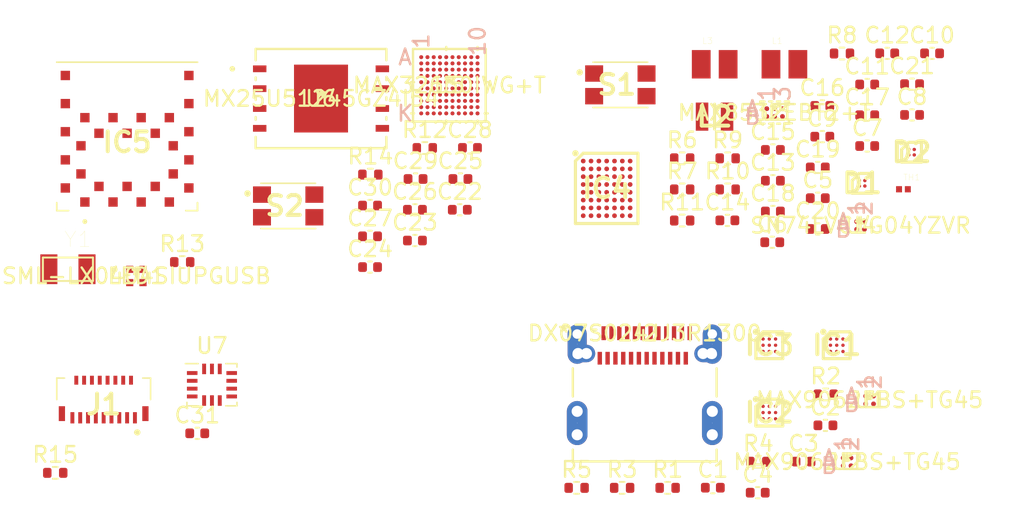
<source format=kicad_pcb>
(kicad_pcb (version 20171130) (host pcbnew "(5.1.8)-1")
  (layers (0 F.Cu signal) (31 B.Cu signal) (34 B.Paste user) (35 F.Paste user) (36 B.SilkS user) (37 F.SilkS user) (38 B.Mask user) (39 F.Mask user) (44 Edge.Cuts user))
  (net 0 "")
  (net 1 -BATT)
  (net 2 VBUS)
  (net 3 +3V3)
  (net 4 "Net-(C5-Pad1)")
  (net 5 "Net-(C7-Pad1)")
  (net 6 "Net-(C8-Pad2)")
  (net 7 +BATT)
  (net 8 "Net-(C10-Pad1)")
  (net 9 "Net-(C11-Pad2)")
  (net 10 +1V8)
  (net 11 /PMIC/SYS_OUT)
  (net 12 /3V)
  (net 13 /1V2)
  (net 14 /5V0)
  (net 15 /1V8_S)
  (net 16 "Net-(C22-Pad2)")
  (net 17 /VRTC)
  (net 18 "Net-(IC1-PadA1)")
  (net 19 "Net-(IC1-PadA2)")
  (net 20 "Net-(IC1-PadA3)")
  (net 21 /P21_TX)
  (net 22 /P20_RX)
  (net 23 /USB/RX1M)
  (net 24 /USB/RX1P)
  (net 25 /USB/ID_RST)
  (net 26 /USB/SBU_VREF)
  (net 27 "Net-(IC2-PadA3)")
  (net 28 "Net-(IC2-PadA1)")
  (net 29 "Net-(IC3-PadA1)")
  (net 30 "Net-(IC3-PadA3)")
  (net 31 /TMS)
  (net 32 /TCK)
  (net 33 /USB/TX1_SWDIO)
  (net 34 /USB/TX1_SWDCLK)
  (net 35 "Net-(IC4-PadA1)")
  (net 36 "Net-(IC4-PadA2)")
  (net 37 "Net-(IC4-PadA7)")
  (net 38 /SCL)
  (net 39 /SDA)
  (net 40 "Net-(IC4-PadB3)")
  (net 41 "Net-(IC4-PadB4)")
  (net 42 "Net-(IC4-PadB5)")
  (net 43 "Net-(IC4-PadC1)")
  (net 44 "Net-(IC4-PadC3)")
  (net 45 "Net-(IC4-PadC4)")
  (net 46 "Net-(IC4-PadC5)")
  (net 47 "Net-(IC4-PadD1)")
  (net 48 "Net-(IC4-PadD2)")
  (net 49 "Net-(IC4-PadE1)")
  (net 50 /PMIC)
  (net 51 /AIN1)
  (net 52 /ALRT)
  (net 53 "Net-(IC4-PadE7)")
  (net 54 "Net-(IC4-PadF1)")
  (net 55 "Net-(IC4-PadF3)")
  (net 56 "Net-(IC4-PadF4)")
  (net 57 "Net-(IC4-PadF5)")
  (net 58 /RST_N)
  (net 59 /PMIC/BBL3)
  (net 60 /P37_INT)
  (net 61 /MPC0)
  (net 62 "Net-(IC4-PadG4)")
  (net 63 "Net-(IC4-PadH1)")
  (net 64 "Net-(IC4-PadH2)")
  (net 65 "Net-(IC4-PadH7)")
  (net 66 "Net-(IC5-Pad2)")
  (net 67 "Net-(IC5-Pad3)")
  (net 68 "Net-(IC5-Pad4)")
  (net 69 "Net-(IC5-Pad5)")
  (net 70 "Net-(IC5-Pad6)")
  (net 71 "Net-(IC5-Pad7)")
  (net 72 /MCU/32kHZ)
  (net 73 "Net-(IC5-Pad9)")
  (net 74 "Net-(IC5-Pad13)")
  (net 75 /MCU/BT_RST)
  (net 76 "Net-(IC5-Pad17)")
  (net 77 "Net-(IC5-Pad18)")
  (net 78 "Net-(IC5-Pad19)")
  (net 79 "Net-(IC5-Pad21)")
  (net 80 "Net-(IC5-Pad23)")
  (net 81 "Net-(IC5-Pad24)")
  (net 82 /INT)
  (net 83 /CSB)
  (net 84 /SDI)
  (net 85 /SDO)
  (net 86 /SCLK)
  (net 87 "Net-(J2-PadS_3)")
  (net 88 /USB_DM)
  (net 89 /USB_DP)
  (net 90 /USB/RSENSE1)
  (net 91 /USB/RSENSE2)
  (net 92 "Net-(LED1-Pad2)")
  (net 93 "Net-(LED1-Pad3)")
  (net 94 "Net-(LED1-Pad4)")
  (net 95 "Net-(R12-Pad2)")
  (net 96 "Net-(R13-Pad2)")
  (net 97 "Net-(R14-Pad2)")
  (net 98 "Net-(R15-Pad1)")
  (net 99 "Net-(S2-Pad1)")
  (net 100 "Net-(U3-PadB3)")
  (net 101 "Net-(U5-PadK10)")
  (net 102 "Net-(U5-PadK9)")
  (net 103 "Net-(U5-PadK8)")
  (net 104 "Net-(U5-PadK7)")
  (net 105 "Net-(U5-PadK6)")
  (net 106 "Net-(U5-PadK5)")
  (net 107 "Net-(U5-PadK4)")
  (net 108 "Net-(U5-PadK3)")
  (net 109 "Net-(U5-PadK2)")
  (net 110 "Net-(U5-PadK1)")
  (net 111 "Net-(U5-PadJ10)")
  (net 112 "Net-(U5-PadJ9)")
  (net 113 /P36_INT)
  (net 114 "Net-(U5-PadJ7)")
  (net 115 "Net-(U5-PadJ1)")
  (net 116 "Net-(U5-PadH10)")
  (net 117 "Net-(U5-PadH9)")
  (net 118 "Net-(U5-PadH8)")
  (net 119 "Net-(U5-PadH7)")
  (net 120 "Net-(U5-PadH1)")
  (net 121 "Net-(U5-PadG10)")
  (net 122 "Net-(U5-PadG9)")
  (net 123 "Net-(U5-PadG8)")
  (net 124 "Net-(U5-PadG7)")
  (net 125 "Net-(U5-PadG1)")
  (net 126 "Net-(U5-PadF10)")
  (net 127 "Net-(U5-PadF7)")
  (net 128 "Net-(U5-PadF6)")
  (net 129 "Net-(U5-PadF5)")
  (net 130 "Net-(U5-PadF4)")
  (net 131 "Net-(U5-PadF3)")
  (net 132 "Net-(U5-PadF1)")
  (net 133 "Net-(U5-PadE7)")
  (net 134 "Net-(U5-PadE6)")
  (net 135 "Net-(U5-PadE5)")
  (net 136 "Net-(U5-PadE4)")
  (net 137 "Net-(U5-PadE3)")
  (net 138 "Net-(U5-PadE2)")
  (net 139 "Net-(U5-PadD6)")
  (net 140 "Net-(U5-PadD3)")
  (net 141 "Net-(U5-PadD2)")
  (net 142 "Net-(U5-PadD1)")
  (net 143 "Net-(U5-PadC10)")
  (net 144 "Net-(U5-PadC6)")
  (net 145 "Net-(U5-PadC1)")
  (net 146 "Net-(U5-PadB10)")
  (net 147 "Net-(U5-PadB8)")
  (net 148 "Net-(U5-PadB7)")
  (net 149 "Net-(U5-PadB2)")
  (net 150 "Net-(U5-PadB1)")
  (net 151 "Net-(U5-PadA10)")
  (net 152 "Net-(U5-PadA8)")
  (net 153 "Net-(U5-PadA7)")
  (net 154 "Net-(U5-PadA5)")
  (net 155 "Net-(U5-PadA1)")
  (net 156 "Net-(U7-Pad2)")
  (net 157 "Net-(U7-Pad3)")
  (net 158 "Net-(U7-Pad9)")
  (net 159 "Net-(U7-Pad10)")
  (net 160 "Net-(U7-Pad11)")
  (module Capacitor_SMD:C_0402_1005Metric (layer F.Cu) (at 167.465001 85.435001)
    (fp_text reference C1 (at 0 -1.16) (layer F.SilkS))
    (fp_text value 100n)
    (pad 2 smd roundrect (at 0.48 0) (size 0.56 0.62) (layers F.Cu F.Paste F.Mask) (net 1 -BATT))
    (pad 1 smd roundrect (at -0.48 0) (size 0.56 0.62) (layers F.Cu F.Paste F.Mask) (net 2 VBUS))
  )
  (module Capacitor_SMD:C_0402_1005Metric (layer F.Cu) (at 174.665001 81.445001)
    (fp_text reference C2 (at 0 -1.16) (layer F.SilkS))
    (fp_text value 100n)
    (pad 1 smd roundrect (at -0.48 0) (size 0.56 0.62) (layers F.Cu F.Paste F.Mask) (net 3 +3V3))
    (pad 2 smd roundrect (at 0.48 0) (size 0.56 0.62) (layers F.Cu F.Paste F.Mask) (net 1 -BATT))
  )
  (module Capacitor_SMD:C_0402_1005Metric (layer F.Cu) (at 173.265001 83.765001)
    (fp_text reference C3 (at 0 -1.16) (layer F.SilkS))
    (fp_text value 100n)
    (pad 1 smd roundrect (at -0.48 0) (size 0.56 0.62) (layers F.Cu F.Paste F.Mask) (net 3 +3V3))
    (pad 2 smd roundrect (at 0.48 0) (size 0.56 0.62) (layers F.Cu F.Paste F.Mask) (net 1 -BATT))
  )
  (module Capacitor_SMD:C_0402_1005Metric (layer F.Cu) (at 170.335001 85.755001)
    (fp_text reference C4 (at 0 -1.16) (layer F.SilkS))
    (fp_text value 100n)
    (pad 2 smd roundrect (at 0.48 0) (size 0.56 0.62) (layers F.Cu F.Paste F.Mask) (net 1 -BATT))
    (pad 1 smd roundrect (at -0.48 0) (size 0.56 0.62) (layers F.Cu F.Paste F.Mask) (net 3 +3V3))
  )
  (module Capacitor_SMD:C_0402_1005Metric (layer F.Cu) (at 174.175001 66.905001)
    (fp_text reference C5 (at 0 -1.16) (layer F.SilkS))
    (fp_text value 10n)
    (pad 2 smd roundrect (at 0.48 0) (size 0.56 0.62) (layers F.Cu F.Paste F.Mask) (net 1 -BATT))
    (pad 1 smd roundrect (at -0.48 0) (size 0.56 0.62) (layers F.Cu F.Paste F.Mask) (net 4 "Net-(C5-Pad1)"))
  )
  (module Capacitor_SMD:C_0402_1005Metric (layer F.Cu) (at 171.265001 69.725001)
    (fp_text reference C6 (at 0 -1.16) (layer F.SilkS))
    (fp_text value 1uF)
    (pad 2 smd roundrect (at 0.48 0) (size 0.56 0.62) (layers F.Cu F.Paste F.Mask) (net 1 -BATT))
    (pad 1 smd roundrect (at -0.48 0) (size 0.56 0.62) (layers F.Cu F.Paste F.Mask) (net 2 VBUS))
  )
  (module Capacitor_SMD:C_0402_1005Metric (layer F.Cu) (at 177.335001 63.565001)
    (fp_text reference C7 (at 0 -1.16) (layer F.SilkS))
    (fp_text value 100n)
    (pad 2 smd roundrect (at 0.48 0) (size 0.56 0.62) (layers F.Cu F.Paste F.Mask) (net 1 -BATT))
    (pad 1 smd roundrect (at -0.48 0) (size 0.56 0.62) (layers F.Cu F.Paste F.Mask) (net 5 "Net-(C7-Pad1)"))
  )
  (module Capacitor_SMD:C_0402_1005Metric (layer F.Cu) (at 180.205001 61.575001)
    (fp_text reference C8 (at 0 -1.16) (layer F.SilkS))
    (fp_text value 4u7)
    (pad 2 smd roundrect (at 0.48 0) (size 0.56 0.62) (layers F.Cu F.Paste F.Mask) (net 6 "Net-(C8-Pad2)"))
    (pad 1 smd roundrect (at -0.48 0) (size 0.56 0.62) (layers F.Cu F.Paste F.Mask) (net 1 -BATT))
  )
  (module Capacitor_SMD:C_0402_1005Metric (layer F.Cu) (at 174.465001 62.965001)
    (fp_text reference C9 (at 0 -1.16) (layer F.SilkS))
    (fp_text value 2u2)
    (pad 1 smd roundrect (at -0.48 0) (size 0.56 0.62) (layers F.Cu F.Paste F.Mask) (net 7 +BATT))
    (pad 2 smd roundrect (at 0.48 0) (size 0.56 0.62) (layers F.Cu F.Paste F.Mask) (net 1 -BATT))
  )
  (module Capacitor_SMD:C_0402_1005Metric (layer F.Cu) (at 181.485001 57.635001)
    (fp_text reference C10 (at 0 -1.16) (layer F.SilkS))
    (fp_text value 2u2)
    (pad 2 smd roundrect (at 0.48 0) (size 0.56 0.62) (layers F.Cu F.Paste F.Mask) (net 1 -BATT))
    (pad 1 smd roundrect (at -0.48 0) (size 0.56 0.62) (layers F.Cu F.Paste F.Mask) (net 8 "Net-(C10-Pad1)"))
  )
  (module Capacitor_SMD:C_0402_1005Metric (layer F.Cu) (at 177.335001 59.625001)
    (fp_text reference C11 (at 0 -1.16) (layer F.SilkS))
    (fp_text value 22uF)
    (pad 1 smd roundrect (at -0.48 0) (size 0.56 0.62) (layers F.Cu F.Paste F.Mask) (net 1 -BATT))
    (pad 2 smd roundrect (at 0.48 0) (size 0.56 0.62) (layers F.Cu F.Paste F.Mask) (net 9 "Net-(C11-Pad2)"))
  )
  (module Capacitor_SMD:C_0402_1005Metric (layer F.Cu) (at 178.615001 57.635001)
    (fp_text reference C12 (at 0 -1.16) (layer F.SilkS))
    (fp_text value 22uF)
    (pad 1 smd roundrect (at -0.48 0) (size 0.56 0.62) (layers F.Cu F.Paste F.Mask) (net 3 +3V3))
    (pad 2 smd roundrect (at 0.48 0) (size 0.56 0.62) (layers F.Cu F.Paste F.Mask) (net 1 -BATT))
  )
  (module Capacitor_SMD:C_0402_1005Metric (layer F.Cu) (at 171.305001 65.785001)
    (fp_text reference C13 (at 0 -1.16) (layer F.SilkS))
    (fp_text value 2u2)
    (pad 1 smd roundrect (at -0.48 0) (size 0.56 0.62) (layers F.Cu F.Paste F.Mask) (net 7 +BATT))
    (pad 2 smd roundrect (at 0.48 0) (size 0.56 0.62) (layers F.Cu F.Paste F.Mask) (net 1 -BATT))
  )
  (module Capacitor_SMD:C_0402_1005Metric (layer F.Cu) (at 168.395001 68.325001)
    (fp_text reference C14 (at 0 -1.16) (layer F.SilkS))
    (fp_text value 100n)
    (pad 1 smd roundrect (at -0.48 0) (size 0.56 0.62) (layers F.Cu F.Paste F.Mask) (net 10 +1V8))
    (pad 2 smd roundrect (at 0.48 0) (size 0.56 0.62) (layers F.Cu F.Paste F.Mask) (net 1 -BATT))
  )
  (module Capacitor_SMD:C_0402_1005Metric (layer F.Cu) (at 171.305001 63.815001)
    (fp_text reference C15 (at 0 -1.16) (layer F.SilkS))
    (fp_text value 100n)
    (pad 1 smd roundrect (at -0.48 0) (size 0.56 0.62) (layers F.Cu F.Paste F.Mask) (net 2 VBUS))
    (pad 2 smd roundrect (at 0.48 0) (size 0.56 0.62) (layers F.Cu F.Paste F.Mask) (net 1 -BATT))
  )
  (module Capacitor_SMD:C_0402_1005Metric (layer F.Cu) (at 174.465001 60.995001)
    (fp_text reference C16 (at 0 -1.16) (layer F.SilkS))
    (fp_text value 22uF)
    (pad 2 smd roundrect (at 0.48 0) (size 0.56 0.62) (layers F.Cu F.Paste F.Mask) (net 1 -BATT))
    (pad 1 smd roundrect (at -0.48 0) (size 0.56 0.62) (layers F.Cu F.Paste F.Mask) (net 11 /PMIC/SYS_OUT))
  )
  (module Capacitor_SMD:C_0402_1005Metric (layer F.Cu) (at 177.335001 61.595001)
    (fp_text reference C17 (at 0 -1.16) (layer F.SilkS))
    (fp_text value 22uF)
    (pad 1 smd roundrect (at -0.48 0) (size 0.56 0.62) (layers F.Cu F.Paste F.Mask) (net 12 /3V))
    (pad 2 smd roundrect (at 0.48 0) (size 0.56 0.62) (layers F.Cu F.Paste F.Mask) (net 1 -BATT))
  )
  (module Capacitor_SMD:C_0402_1005Metric (layer F.Cu) (at 171.305001 67.755001)
    (fp_text reference C18 (at 0 -1.16) (layer F.SilkS))
    (fp_text value 22uF)
    (pad 2 smd roundrect (at 0.48 0) (size 0.56 0.62) (layers F.Cu F.Paste F.Mask) (net 1 -BATT))
    (pad 1 smd roundrect (at -0.48 0) (size 0.56 0.62) (layers F.Cu F.Paste F.Mask) (net 10 +1V8))
  )
  (module Capacitor_SMD:C_0402_1005Metric (layer F.Cu) (at 174.175001 64.935001)
    (fp_text reference C19 (at 0 -1.16) (layer F.SilkS))
    (fp_text value 22uF)
    (pad 1 smd roundrect (at -0.48 0) (size 0.56 0.62) (layers F.Cu F.Paste F.Mask) (net 13 /1V2))
    (pad 2 smd roundrect (at 0.48 0) (size 0.56 0.62) (layers F.Cu F.Paste F.Mask) (net 1 -BATT))
  )
  (module Capacitor_SMD:C_0402_1005Metric (layer F.Cu) (at 174.175001 68.875001)
    (fp_text reference C20 (at 0 -1.16) (layer F.SilkS))
    (fp_text value 22uF)
    (pad 2 smd roundrect (at 0.48 0) (size 0.56 0.62) (layers F.Cu F.Paste F.Mask) (net 1 -BATT))
    (pad 1 smd roundrect (at -0.48 0) (size 0.56 0.62) (layers F.Cu F.Paste F.Mask) (net 14 /5V0))
  )
  (module Capacitor_SMD:C_0402_1005Metric (layer F.Cu) (at 180.205001 59.605001)
    (fp_text reference C21 (at 0 -1.16) (layer F.SilkS))
    (fp_text value 22uF)
    (pad 1 smd roundrect (at -0.48 0) (size 0.56 0.62) (layers F.Cu F.Paste F.Mask) (net 15 /1V8_S))
    (pad 2 smd roundrect (at 0.48 0) (size 0.56 0.62) (layers F.Cu F.Paste F.Mask) (net 1 -BATT))
  )
  (module Capacitor_SMD:C_0402_1005Metric (layer F.Cu) (at 151.285001 67.645001)
    (fp_text reference C22 (at 0 -1.16) (layer F.SilkS))
    (fp_text value 100n)
    (pad 1 smd roundrect (at -0.48 0) (size 0.56 0.62) (layers F.Cu F.Paste F.Mask) (net 1 -BATT))
    (pad 2 smd roundrect (at 0.48 0) (size 0.56 0.62) (layers F.Cu F.Paste F.Mask) (net 16 "Net-(C22-Pad2)"))
  )
  (module Capacitor_SMD:C_0402_1005Metric (layer F.Cu) (at 148.415001 69.615001)
    (fp_text reference C23 (at 0 -1.16) (layer F.SilkS))
    (fp_text value 1uF)
    (pad 2 smd roundrect (at 0.48 0) (size 0.56 0.62) (layers F.Cu F.Paste F.Mask) (net 1 -BATT))
    (pad 1 smd roundrect (at -0.48 0) (size 0.56 0.62) (layers F.Cu F.Paste F.Mask) (net 10 +1V8))
  )
  (module Capacitor_SMD:C_0402_1005Metric (layer F.Cu) (at 145.545001 71.315001)
    (fp_text reference C24 (at 0 -1.16) (layer F.SilkS))
    (fp_text value 1uF)
    (pad 2 smd roundrect (at 0.48 0) (size 0.56 0.62) (layers F.Cu F.Paste F.Mask) (net 1 -BATT))
    (pad 1 smd roundrect (at -0.48 0) (size 0.56 0.62) (layers F.Cu F.Paste F.Mask) (net 10 +1V8))
  )
  (module Capacitor_SMD:C_0402_1005Metric (layer F.Cu) (at 151.325001 65.675001)
    (fp_text reference C25 (at 0 -1.16) (layer F.SilkS))
    (fp_text value 1uF)
    (pad 1 smd roundrect (at -0.48 0) (size 0.56 0.62) (layers F.Cu F.Paste F.Mask) (net 10 +1V8))
    (pad 2 smd roundrect (at 0.48 0) (size 0.56 0.62) (layers F.Cu F.Paste F.Mask) (net 1 -BATT))
  )
  (module Capacitor_SMD:C_0402_1005Metric (layer F.Cu) (at 148.415001 67.645001)
    (fp_text reference C26 (at 0 -1.16) (layer F.SilkS))
    (fp_text value 1uF)
    (pad 2 smd roundrect (at 0.48 0) (size 0.56 0.62) (layers F.Cu F.Paste F.Mask) (net 1 -BATT))
    (pad 1 smd roundrect (at -0.48 0) (size 0.56 0.62) (layers F.Cu F.Paste F.Mask) (net 12 /3V))
  )
  (module Capacitor_SMD:C_0402_1005Metric (layer F.Cu) (at 145.545001 69.345001)
    (fp_text reference C27 (at 0 -1.16) (layer F.SilkS))
    (fp_text value 1uF)
    (pad 1 smd roundrect (at -0.48 0) (size 0.56 0.62) (layers F.Cu F.Paste F.Mask) (net 13 /1V2))
    (pad 2 smd roundrect (at 0.48 0) (size 0.56 0.62) (layers F.Cu F.Paste F.Mask) (net 1 -BATT))
  )
  (module Capacitor_SMD:C_0402_1005Metric (layer F.Cu) (at 151.935001 63.685001)
    (fp_text reference C28 (at 0 -1.16) (layer F.SilkS))
    (fp_text value 1uF)
    (pad 1 smd roundrect (at -0.48 0) (size 0.56 0.62) (layers F.Cu F.Paste F.Mask) (net 3 +3V3))
    (pad 2 smd roundrect (at 0.48 0) (size 0.56 0.62) (layers F.Cu F.Paste F.Mask) (net 1 -BATT))
  )
  (module Capacitor_SMD:C_0402_1005Metric (layer F.Cu) (at 148.455001 65.675001)
    (fp_text reference C29 (at 0 -1.16) (layer F.SilkS))
    (fp_text value 1uF)
    (pad 2 smd roundrect (at 0.48 0) (size 0.56 0.62) (layers F.Cu F.Paste F.Mask) (net 1 -BATT))
    (pad 1 smd roundrect (at -0.48 0) (size 0.56 0.62) (layers F.Cu F.Paste F.Mask) (net 17 /VRTC))
  )
  (module Capacitor_SMD:C_0402_1005Metric (layer F.Cu) (at 145.545001 67.375001)
    (fp_text reference C30 (at 0 -1.16) (layer F.SilkS))
    (fp_text value 100n)
    (pad 1 smd roundrect (at -0.48 0) (size 0.56 0.62) (layers F.Cu F.Paste F.Mask) (net 1 -BATT))
    (pad 2 smd roundrect (at 0.48 0) (size 0.56 0.62) (layers F.Cu F.Paste F.Mask) (net 10 +1V8))
  )
  (module Capacitor_SMD:C_0402_1005Metric (layer F.Cu) (at 134.495001 81.955001)
    (fp_text reference C31 (at 0 -1.16) (layer F.SilkS))
    (fp_text value 100n)
    (pad 2 smd roundrect (at 0.48 0) (size 0.56 0.62) (layers F.Cu F.Paste F.Mask) (net 1 -BATT))
    (pad 1 smd roundrect (at -0.48 0) (size 0.56 0.62) (layers F.Cu F.Paste F.Mask) (net 10 +1V8))
  )
  (module Horace:BGA4C35P2X2_73X73X50 (layer F.Cu) (at 177.011001 65.951001)
    (fp_text reference D1 (at 0 0) (layer F.SilkS) (effects (font (size 1.27 1.27) (thickness 0.254))))
    (fp_text value MAX40200ANS+T hide)
    (pad B2 smd circle (at 0.175 0.175 90) (size 0.217 0.217) (layers F.Cu F.Paste F.Mask) (net 1 -BATT))
    (pad B1 smd circle (at -0.175 0.175 90) (size 0.217 0.217) (layers F.Cu F.Paste F.Mask) (net 10 +1V8))
    (pad A2 smd circle (at 0.175 -0.175 90) (size 0.217 0.217) (layers F.Cu F.Paste F.Mask) (net 17 /VRTC))
    (pad A1 smd circle (at -0.175 -0.175 90) (size 0.217 0.217) (layers F.Cu F.Paste F.Mask) (net 10 +1V8))
  )
  (module Horace:BGA4C35P2X2_73X73X50 (layer F.Cu) (at 180.171001 63.961001)
    (fp_text reference D2 (at 0 0) (layer F.SilkS) (effects (font (size 1.27 1.27) (thickness 0.254))))
    (fp_text value MAX40200ANS+T hide)
    (pad A1 smd circle (at -0.175 -0.175 90) (size 0.217 0.217) (layers F.Cu F.Paste F.Mask) (net 8 "Net-(C10-Pad1)"))
    (pad A2 smd circle (at 0.175 -0.175 90) (size 0.217 0.217) (layers F.Cu F.Paste F.Mask) (net 17 /VRTC))
    (pad B1 smd circle (at -0.175 0.175 90) (size 0.217 0.217) (layers F.Cu F.Paste F.Mask) (net 8 "Net-(C10-Pad1)"))
    (pad B2 smd circle (at 0.175 0.175 90) (size 0.217 0.217) (layers F.Cu F.Paste F.Mask) (net 1 -BATT))
  )
  (module Horace:BGA9C40P3X3_124X124X69 (layer F.Cu) (at 175.387001 76.317001)
    (fp_text reference IC1 (at 0 0) (layer F.SilkS) (effects (font (size 1.27 1.27) (thickness 0.254))))
    (fp_text value MAX14689EWL+T hide)
    (pad A1 smd circle (at -0.4 -0.4 90) (size 0.216 0.216) (layers F.Cu F.Paste F.Mask) (net 18 "Net-(IC1-PadA1)"))
    (pad A2 smd circle (at 0 -0.4 90) (size 0.216 0.216) (layers F.Cu F.Paste F.Mask) (net 19 "Net-(IC1-PadA2)"))
    (pad A3 smd circle (at 0.4 -0.4 90) (size 0.216 0.216) (layers F.Cu F.Paste F.Mask) (net 20 "Net-(IC1-PadA3)"))
    (pad B1 smd circle (at -0.4 0 90) (size 0.216 0.216) (layers F.Cu F.Paste F.Mask) (net 21 /P21_TX))
    (pad B2 smd circle (at 0 0 90) (size 0.216 0.216) (layers F.Cu F.Paste F.Mask) (net 1 -BATT))
    (pad B3 smd circle (at 0.4 0 90) (size 0.216 0.216) (layers F.Cu F.Paste F.Mask) (net 22 /P20_RX))
    (pad C1 smd circle (at -0.4 0.4 90) (size 0.216 0.216) (layers F.Cu F.Paste F.Mask) (net 23 /USB/RX1M))
    (pad C2 smd circle (at 0 0.4 90) (size 0.216 0.216) (layers F.Cu F.Paste F.Mask) (net 3 +3V3))
    (pad C3 smd circle (at 0.4 0.4 90) (size 0.216 0.216) (layers F.Cu F.Paste F.Mask) (net 24 /USB/RX1P))
  )
  (module Horace:BGA9C40P3X3_124X124X69 (layer F.Cu) (at 171.077001 80.627001)
    (fp_text reference IC2 (at 0 0) (layer F.SilkS) (effects (font (size 1.27 1.27) (thickness 0.254))))
    (fp_text value MAX14689EWL+T hide)
    (pad C3 smd circle (at 0.4 0.4 90) (size 0.216 0.216) (layers F.Cu F.Paste F.Mask) (net 25 /USB/ID_RST))
    (pad C2 smd circle (at 0 0.4 90) (size 0.216 0.216) (layers F.Cu F.Paste F.Mask) (net 3 +3V3))
    (pad C1 smd circle (at -0.4 0.4 90) (size 0.216 0.216) (layers F.Cu F.Paste F.Mask) (net 26 /USB/SBU_VREF))
    (pad B3 smd circle (at 0.4 0 90) (size 0.216 0.216) (layers F.Cu F.Paste F.Mask) (net 25 /USB/ID_RST))
    (pad B2 smd circle (at 0 0 90) (size 0.216 0.216) (layers F.Cu F.Paste F.Mask) (net 1 -BATT))
    (pad B1 smd circle (at -0.4 0 90) (size 0.216 0.216) (layers F.Cu F.Paste F.Mask) (net 10 +1V8))
    (pad A3 smd circle (at 0.4 -0.4 90) (size 0.216 0.216) (layers F.Cu F.Paste F.Mask) (net 27 "Net-(IC2-PadA3)"))
    (pad A2 smd circle (at 0 -0.4 90) (size 0.216 0.216) (layers F.Cu F.Paste F.Mask) (net 19 "Net-(IC1-PadA2)"))
    (pad A1 smd circle (at -0.4 -0.4 90) (size 0.216 0.216) (layers F.Cu F.Paste F.Mask) (net 28 "Net-(IC2-PadA1)"))
  )
  (module Horace:BGA9C40P3X3_124X124X69 (layer F.Cu) (at 171.077001 76.317001)
    (fp_text reference IC3 (at 0 0) (layer F.SilkS) (effects (font (size 1.27 1.27) (thickness 0.254))))
    (fp_text value MAX14689EWL+T hide)
    (pad A1 smd circle (at -0.4 -0.4 90) (size 0.216 0.216) (layers F.Cu F.Paste F.Mask) (net 29 "Net-(IC3-PadA1)"))
    (pad A2 smd circle (at 0 -0.4 90) (size 0.216 0.216) (layers F.Cu F.Paste F.Mask) (net 19 "Net-(IC1-PadA2)"))
    (pad A3 smd circle (at 0.4 -0.4 90) (size 0.216 0.216) (layers F.Cu F.Paste F.Mask) (net 30 "Net-(IC3-PadA3)"))
    (pad B1 smd circle (at -0.4 0 90) (size 0.216 0.216) (layers F.Cu F.Paste F.Mask) (net 31 /TMS))
    (pad B2 smd circle (at 0 0 90) (size 0.216 0.216) (layers F.Cu F.Paste F.Mask) (net 1 -BATT))
    (pad B3 smd circle (at 0.4 0 90) (size 0.216 0.216) (layers F.Cu F.Paste F.Mask) (net 32 /TCK))
    (pad C1 smd circle (at -0.4 0.4 90) (size 0.216 0.216) (layers F.Cu F.Paste F.Mask) (net 33 /USB/TX1_SWDIO))
    (pad C2 smd circle (at 0 0.4 90) (size 0.216 0.216) (layers F.Cu F.Paste F.Mask) (net 3 +3V3))
    (pad C3 smd circle (at 0.4 0.4 90) (size 0.216 0.216) (layers F.Cu F.Paste F.Mask) (net 34 /USB/TX1_SWDCLK))
  )
  (module Horace:BGA56C50P7X8_368X418X69 (layer F.Cu) (at 160.677001 66.277001)
    (fp_text reference IC4 (at 0 0) (layer F.SilkS) (effects (font (size 1.27 1.27) (thickness 0.254))))
    (fp_text value MAX20303BEWN+ hide)
    (pad A1 smd circle (at -1.5 -1.75 90) (size 0.298 0.298) (layers F.Cu F.Paste F.Mask) (net 35 "Net-(IC4-PadA1)"))
    (pad A2 smd circle (at -1 -1.75 90) (size 0.298 0.298) (layers F.Cu F.Paste F.Mask) (net 36 "Net-(IC4-PadA2)"))
    (pad A3 smd circle (at -0.5 -1.75 90) (size 0.298 0.298) (layers F.Cu F.Paste F.Mask) (net 1 -BATT))
    (pad A4 smd circle (at 0 -1.75 90) (size 0.298 0.298) (layers F.Cu F.Paste F.Mask) (net 11 /PMIC/SYS_OUT))
    (pad A5 smd circle (at 0.5 -1.75 90) (size 0.298 0.298) (layers F.Cu F.Paste F.Mask) (net 12 /3V))
    (pad A6 smd circle (at 1 -1.75 90) (size 0.298 0.298) (layers F.Cu F.Paste F.Mask) (net 1 -BATT))
    (pad A7 smd circle (at 1.5 -1.75 90) (size 0.298 0.298) (layers F.Cu F.Paste F.Mask) (net 37 "Net-(IC4-PadA7)"))
    (pad B1 smd circle (at -1.5 -1.25 90) (size 0.298 0.298) (layers F.Cu F.Paste F.Mask) (net 38 /SCL))
    (pad B2 smd circle (at -1 -1.25 90) (size 0.298 0.298) (layers F.Cu F.Paste F.Mask) (net 39 /SDA))
    (pad B3 smd circle (at -0.5 -1.25 90) (size 0.298 0.298) (layers F.Cu F.Paste F.Mask) (net 40 "Net-(IC4-PadB3)"))
    (pad B4 smd circle (at 0 -1.25 90) (size 0.298 0.298) (layers F.Cu F.Paste F.Mask) (net 41 "Net-(IC4-PadB4)"))
    (pad B5 smd circle (at 0.5 -1.25 90) (size 0.298 0.298) (layers F.Cu F.Paste F.Mask) (net 42 "Net-(IC4-PadB5)"))
    (pad B6 smd circle (at 1 -1.25 90) (size 0.298 0.298) (layers F.Cu F.Paste F.Mask) (net 11 /PMIC/SYS_OUT))
    (pad B7 smd circle (at 1.5 -1.25 90) (size 0.298 0.298) (layers F.Cu F.Paste F.Mask) (net 10 +1V8))
    (pad C1 smd circle (at -1.5 -0.75 90) (size 0.298 0.298) (layers F.Cu F.Paste F.Mask) (net 43 "Net-(IC4-PadC1)"))
    (pad C2 smd circle (at -1 -0.75 90) (size 0.298 0.298) (layers F.Cu F.Paste F.Mask) (net 1 -BATT))
    (pad C3 smd circle (at -0.5 -0.75 90) (size 0.298 0.298) (layers F.Cu F.Paste F.Mask) (net 44 "Net-(IC4-PadC3)"))
    (pad C4 smd circle (at 0 -0.75 90) (size 0.298 0.298) (layers F.Cu F.Paste F.Mask) (net 45 "Net-(IC4-PadC4)"))
    (pad C5 smd circle (at 0.5 -0.75 90) (size 0.298 0.298) (layers F.Cu F.Paste F.Mask) (net 46 "Net-(IC4-PadC5)"))
    (pad C6 smd circle (at 1 -0.75 90) (size 0.298 0.298) (layers F.Cu F.Paste F.Mask) (net 5 "Net-(C7-Pad1)"))
    (pad C7 smd circle (at 1.5 -0.75 90) (size 0.298 0.298) (layers F.Cu F.Paste F.Mask) (net 14 /5V0))
    (pad D1 smd circle (at -1.5 -0.25 90) (size 0.298 0.298) (layers F.Cu F.Paste F.Mask) (net 47 "Net-(IC4-PadD1)"))
    (pad D2 smd circle (at -1 -0.25 90) (size 0.298 0.298) (layers F.Cu F.Paste F.Mask) (net 48 "Net-(IC4-PadD2)"))
    (pad D3 smd circle (at -0.5 -0.25 90) (size 0.298 0.298) (layers F.Cu F.Paste F.Mask) (net 1 -BATT))
    (pad D4 smd circle (at 0 -0.25 90) (size 0.298 0.298) (layers F.Cu F.Paste F.Mask) (net 6 "Net-(C8-Pad2)"))
    (pad D5 smd circle (at 0.5 -0.25 90) (size 0.298 0.298) (layers F.Cu F.Paste F.Mask) (net 1 -BATT))
    (pad D6 smd circle (at 1 -0.25 90) (size 0.298 0.298) (layers F.Cu F.Paste F.Mask) (net 1 -BATT))
    (pad D7 smd circle (at 1.5 -0.25 90) (size 0.298 0.298) (layers F.Cu F.Paste F.Mask) (net 1 -BATT))
    (pad E1 smd circle (at -1.5 0.25 90) (size 0.298 0.298) (layers F.Cu F.Paste F.Mask) (net 49 "Net-(IC4-PadE1)"))
    (pad E2 smd circle (at -1 0.25 90) (size 0.298 0.298) (layers F.Cu F.Paste F.Mask) (net 50 /PMIC))
    (pad E3 smd circle (at -0.5 0.25 90) (size 0.298 0.298) (layers F.Cu F.Paste F.Mask) (net 51 /AIN1))
    (pad E4 smd circle (at 0 0.25 90) (size 0.298 0.298) (layers F.Cu F.Paste F.Mask) (net 9 "Net-(C11-Pad2)"))
    (pad E5 smd circle (at 0.5 0.25 90) (size 0.298 0.298) (layers F.Cu F.Paste F.Mask) (net 1 -BATT))
    (pad E6 smd circle (at 1 0.25 90) (size 0.298 0.298) (layers F.Cu F.Paste F.Mask) (net 52 /ALRT))
    (pad E7 smd circle (at 1.5 0.25 90) (size 0.298 0.298) (layers F.Cu F.Paste F.Mask) (net 53 "Net-(IC4-PadE7)"))
    (pad F1 smd circle (at -1.5 0.75 90) (size 0.298 0.298) (layers F.Cu F.Paste F.Mask) (net 54 "Net-(IC4-PadF1)"))
    (pad F2 smd circle (at -1 0.75 90) (size 0.298 0.298) (layers F.Cu F.Paste F.Mask) (net 3 +3V3))
    (pad F3 smd circle (at -0.5 0.75 90) (size 0.298 0.298) (layers F.Cu F.Paste F.Mask) (net 55 "Net-(IC4-PadF3)"))
    (pad F4 smd circle (at 0 0.75 90) (size 0.298 0.298) (layers F.Cu F.Paste F.Mask) (net 56 "Net-(IC4-PadF4)"))
    (pad F5 smd circle (at 0.5 0.75 90) (size 0.298 0.298) (layers F.Cu F.Paste F.Mask) (net 57 "Net-(IC4-PadF5)"))
    (pad F6 smd circle (at 1 0.75 90) (size 0.298 0.298) (layers F.Cu F.Paste F.Mask) (net 58 /RST_N))
    (pad F7 smd circle (at 1.5 0.75 90) (size 0.298 0.298) (layers F.Cu F.Paste F.Mask) (net 59 /PMIC/BBL3))
    (pad G1 smd circle (at -1.5 1.25 90) (size 0.298 0.298) (layers F.Cu F.Paste F.Mask) (net 1 -BATT))
    (pad G2 smd circle (at -1 1.25 90) (size 0.298 0.298) (layers F.Cu F.Paste F.Mask) (net 60 /P37_INT))
    (pad G3 smd circle (at -0.5 1.25 90) (size 0.298 0.298) (layers F.Cu F.Paste F.Mask) (net 61 /MPC0))
    (pad G4 smd circle (at 0 1.25 90) (size 0.298 0.298) (layers F.Cu F.Paste F.Mask) (net 62 "Net-(IC4-PadG4)"))
    (pad G5 smd circle (at 0.5 1.25 90) (size 0.298 0.298) (layers F.Cu F.Paste F.Mask) (net 15 /1V8_S))
    (pad G6 smd circle (at 1 1.25 90) (size 0.298 0.298) (layers F.Cu F.Paste F.Mask) (net 10 +1V8))
    (pad G7 smd circle (at 1.5 1.25 90) (size 0.298 0.298) (layers F.Cu F.Paste F.Mask) (net 13 /1V2))
    (pad H1 smd circle (at -1.5 1.75 90) (size 0.298 0.298) (layers F.Cu F.Paste F.Mask) (net 63 "Net-(IC4-PadH1)"))
    (pad H2 smd circle (at -1 1.75 90) (size 0.298 0.298) (layers F.Cu F.Paste F.Mask) (net 64 "Net-(IC4-PadH2)"))
    (pad H3 smd circle (at -0.5 1.75 90) (size 0.298 0.298) (layers F.Cu F.Paste F.Mask) (net 7 +BATT))
    (pad H4 smd circle (at 0 1.75 90) (size 0.298 0.298) (layers F.Cu F.Paste F.Mask) (net 11 /PMIC/SYS_OUT))
    (pad H5 smd circle (at 0.5 1.75 90) (size 0.298 0.298) (layers F.Cu F.Paste F.Mask) (net 2 VBUS))
    (pad H6 smd circle (at 1 1.75 90) (size 0.298 0.298) (layers F.Cu F.Paste F.Mask) (net 1 -BATT))
    (pad H7 smd circle (at 1.5 1.75 90) (size 0.298 0.298) (layers F.Cu F.Paste F.Mask) (net 65 "Net-(IC4-PadH7)"))
  )
  (module Horace:PAN1326B (layer F.Cu) (at 130.010001 62.950001)
    (fp_text reference IC5 (at 0 0.375) (layer F.SilkS) (effects (font (size 1.27 1.27) (thickness 0.254))))
    (fp_text value PAN1326B hide)
    (pad 1 smd rect (at -2.7 4.2 90) (size 0.6 0.6) (layers F.Cu F.Paste F.Mask) (net 1 -BATT))
    (pad 2 smd rect (at -1.8 3.2 90) (size 0.6 0.6) (layers F.Cu F.Paste F.Mask) (net 66 "Net-(IC5-Pad2)"))
    (pad 3 smd rect (at -0.9 4.2 90) (size 0.6 0.6) (layers F.Cu F.Paste F.Mask) (net 67 "Net-(IC5-Pad3)"))
    (pad 4 smd rect (at 0 3.2 90) (size 0.6 0.6) (layers F.Cu F.Paste F.Mask) (net 68 "Net-(IC5-Pad4)"))
    (pad 5 smd rect (at 0.9 4.2 90) (size 0.6 0.6) (layers F.Cu F.Paste F.Mask) (net 69 "Net-(IC5-Pad5)"))
    (pad 6 smd rect (at 1.8 3.2 90) (size 0.6 0.6) (layers F.Cu F.Paste F.Mask) (net 70 "Net-(IC5-Pad6)"))
    (pad 7 smd rect (at 2.7 4.2 90) (size 0.6 0.6) (layers F.Cu F.Paste F.Mask) (net 71 "Net-(IC5-Pad7)"))
    (pad 8 smd rect (at 3.95 3.3 90) (size 0.6 0.6) (layers F.Cu F.Paste F.Mask) (net 72 /MCU/32kHZ))
    (pad 9 smd rect (at 2.95 2.4 90) (size 0.6 0.6) (layers F.Cu F.Paste F.Mask) (net 73 "Net-(IC5-Pad9)"))
    (pad 10 smd rect (at 3.95 1.5 90) (size 0.6 0.6) (layers F.Cu F.Paste F.Mask) (net 10 +1V8))
    (pad 11 smd rect (at 2.95 0.6 90) (size 0.6 0.6) (layers F.Cu F.Paste F.Mask) (net 10 +1V8))
    (pad 12 smd rect (at 3.95 -0.3 90) (size 0.6 0.6) (layers F.Cu F.Paste F.Mask) (net 1 -BATT))
    (pad 13 smd rect (at 2.7 -1.2 90) (size 0.6 0.6) (layers F.Cu F.Paste F.Mask) (net 74 "Net-(IC5-Pad13)"))
    (pad 14 smd rect (at 1.8 -0.2 90) (size 0.6 0.6) (layers F.Cu F.Paste F.Mask) (net 1 -BATT))
    (pad 15 smd rect (at 0.9 -1.2 90) (size 0.6 0.6) (layers F.Cu F.Paste F.Mask) (net 10 +1V8))
    (pad 16 smd rect (at 0 -0.2 90) (size 0.6 0.6) (layers F.Cu F.Paste F.Mask) (net 75 /MCU/BT_RST))
    (pad 17 smd rect (at -0.9 -1.2 90) (size 0.6 0.6) (layers F.Cu F.Paste F.Mask) (net 76 "Net-(IC5-Pad17)"))
    (pad 18 smd rect (at -1.8 -0.2 90) (size 0.6 0.6) (layers F.Cu F.Paste F.Mask) (net 77 "Net-(IC5-Pad18)"))
    (pad 19 smd rect (at -2.7 -1.2 90) (size 0.6 0.6) (layers F.Cu F.Paste F.Mask) (net 78 "Net-(IC5-Pad19)"))
    (pad 20 smd rect (at -3.95 -0.3 90) (size 0.6 0.6) (layers F.Cu F.Paste F.Mask) (net 1 -BATT))
    (pad 21 smd rect (at -2.95 0.6 90) (size 0.6 0.6) (layers F.Cu F.Paste F.Mask) (net 79 "Net-(IC5-Pad21)"))
    (pad 22 smd rect (at -3.95 1.5 90) (size 0.6 0.6) (layers F.Cu F.Paste F.Mask) (net 10 +1V8))
    (pad 23 smd rect (at -2.95 2.4 90) (size 0.6 0.6) (layers F.Cu F.Paste F.Mask) (net 80 "Net-(IC5-Pad23)"))
    (pad 24 smd rect (at -3.95 3.3 90) (size 0.6 0.6) (layers F.Cu F.Paste F.Mask) (net 81 "Net-(IC5-Pad24)"))
    (pad A1 smd rect (at -3.95 -2.1 90) (size 0.6 0.6) (layers F.Cu F.Paste F.Mask) (net 1 -BATT))
    (pad B1 smd rect (at 3.95 -2.1 90) (size 0.6 0.6) (layers F.Cu F.Paste F.Mask) (net 1 -BATT))
    (pad C1 smd rect (at -3.95 -3.9 90) (size 0.6 0.6) (layers F.Cu F.Paste F.Mask) (net 1 -BATT))
    (pad D1 smd rect (at 3.95 -3.9 90) (size 0.6 0.6) (layers F.Cu F.Paste F.Mask) (net 1 -BATT))
  )
  (module 5020781710 (layer F.Cu) (at 128.510001 79.795001)
    (fp_text reference J1 (at 0 0.313) (layer F.SilkS) (effects (font (size 1.27 1.27) (thickness 0.254))))
    (fp_text value 502078-1710 hide)
    (pad 1 smd rect (at 2 1.165) (size 0.25 0.72) (layers F.Cu F.Paste F.Mask) (net 38 /SCL))
    (pad 2 smd rect (at 1.75 -1.24) (size 0.25 0.57) (layers F.Cu F.Paste F.Mask) (net 1 -BATT))
    (pad 3 smd rect (at 1.5 1.165) (size 0.25 0.72) (layers F.Cu F.Paste F.Mask) (net 39 /SDA))
    (pad 4 smd rect (at 1.25 -1.24) (size 0.25 0.57) (layers F.Cu F.Paste F.Mask) (net 1 -BATT))
    (pad 5 smd rect (at 1 1.165) (size 0.25 0.72) (layers F.Cu F.Paste F.Mask) (net 1 -BATT))
    (pad 6 smd rect (at 0.75 -1.24) (size 0.25 0.57) (layers F.Cu F.Paste F.Mask) (net 1 -BATT))
    (pad 7 smd rect (at 0.5 1.165) (size 0.25 0.72) (layers F.Cu F.Paste F.Mask) (net 1 -BATT))
    (pad 8 smd rect (at 0.25 -1.24) (size 0.25 0.57) (layers F.Cu F.Paste F.Mask) (net 82 /INT))
    (pad 9 smd rect (at 0 1.165) (size 0.25 0.72) (layers F.Cu F.Paste F.Mask) (net 1 -BATT))
    (pad 10 smd rect (at -0.25 -1.24) (size 0.25 0.57) (layers F.Cu F.Paste F.Mask) (net 83 /CSB))
    (pad 11 smd rect (at -0.5 1.165) (size 0.25 0.72) (layers F.Cu F.Paste F.Mask) (net 15 /1V8_S))
    (pad 12 smd rect (at -0.75 -1.24) (size 0.25 0.57) (layers F.Cu F.Paste F.Mask) (net 84 /SDI))
    (pad 13 smd rect (at -1 1.165) (size 0.25 0.72) (layers F.Cu F.Paste F.Mask) (net 3 +3V3))
    (pad 14 smd rect (at -1.25 -1.24) (size 0.25 0.57) (layers F.Cu F.Paste F.Mask) (net 85 /SDO))
    (pad 15 smd rect (at -1.5 1.165) (size 0.25 0.72) (layers F.Cu F.Paste F.Mask) (net 1 -BATT))
    (pad 16 smd rect (at -1.75 -1.24) (size 0.25 0.57) (layers F.Cu F.Paste F.Mask) (net 86 /SCLK))
    (pad 17 smd rect (at -2 1.165) (size 0.25 0.72) (layers F.Cu F.Paste F.Mask) (net 1 -BATT))
    (pad MP1 smd rect (at -2.67 0.9) (size 0.4 0.95) (layers F.Cu F.Paste F.Mask) (net 1 -BATT))
    (pad MP2 smd rect (at 2.67 0.9) (size 0.4 0.95) (layers F.Cu F.Paste F.Mask) (net 1 -BATT))
  )
  (module Horace:DX07S024JJ3R1300 (layer F.Cu) (at 163.110601 79.536901)
    (fp_text reference J2 (at 0 -3.9894) (layer F.SilkS))
    (fp_text value DX07S024JJ3R1300 (at 0 -3.9894) (layer F.SilkS))
    (fp_text user * (at -5.165001 -3.9894) (layer F.SilkS))
    (fp_text user * (at -5.165001 -3.9894) (layer F.SilkS))
    (pad S_6_H2 np_thru_hole circle (at 3.728301 -2.6894) (size 0.7112 0.7112) (drill 0.7112) (layers *.Cu *.Mask))
    (pad S_6_H1 np_thru_hole circle (at 4.261701 -2.6894) (size 0.7112 0.7112) (drill 0.7112) (layers *.Cu *.Mask))
    (pad S_5 thru_hole oval (at -3.995001 -2.6894) (size 1.651 1.1176) (drill 0.0254) (layers *.Cu *.Mask))
    (pad S_5_H2 np_thru_hole circle (at -4.261701 -2.6894) (size 0.7112 0.7112) (drill 0.7112) (layers *.Cu *.Mask))
    (pad S_5_H1 np_thru_hole circle (at -3.728301 -2.6894) (size 0.7112 0.7112) (drill 0.7112) (layers *.Cu *.Mask))
    (pad S_4 thru_hole oval (at -4.32 1.760601 90) (size 2.8194 1.3208) (drill 0.0254) (layers *.Cu *.Mask) (net 87 "Net-(J2-PadS_3)"))
    (pad S_4_H2 np_thru_hole circle (at -4.32 2.509901) (size 0.7112 0.7112) (drill 0.7112) (layers *.Cu *.Mask))
    (pad S_4_H1 np_thru_hole circle (at -4.32 1.011301) (size 0.7112 0.7112) (drill 0.7112) (layers *.Cu *.Mask))
    (pad S_3 thru_hole oval (at 4.32 1.760601 90) (size 2.8194 1.3208) (drill 0.0254) (layers *.Cu *.Mask) (net 87 "Net-(J2-PadS_3)"))
    (pad S_3_H2 np_thru_hole circle (at 4.32 2.509901) (size 0.7112 0.7112) (drill 0.7112) (layers *.Cu *.Mask))
    (pad S_3_H1 np_thru_hole circle (at 4.32 1.011301) (size 0.7112 0.7112) (drill 0.7112) (layers *.Cu *.Mask))
    (pad S_2 thru_hole oval (at -4.32 -3.2894 90) (size 2.5146 1.2192) (drill 0.0254) (layers *.Cu *.Mask))
    (pad S_2_H2 np_thru_hole circle (at -4.32 -2.6417) (size 0.6096 0.6096) (drill 0.6096) (layers *.Cu *.Mask))
    (pad S_2_H1 np_thru_hole circle (at -4.32 -3.9371) (size 0.6096 0.6096) (drill 0.6096) (layers *.Cu *.Mask))
    (pad S_1 thru_hole oval (at 4.32 -3.2894 90) (size 2.5146 1.2192) (drill 0.0254) (layers *.Cu *.Mask))
    (pad S_1_H2 np_thru_hole circle (at 4.32 -2.6417) (size 0.6096 0.6096) (drill 0.6096) (layers *.Cu *.Mask))
    (pad S_1_H1 np_thru_hole circle (at 4.32 -3.9371) (size 0.6096 0.6096) (drill 0.6096) (layers *.Cu *.Mask))
    (pad S_7_H2 np_thru_hole circle (at 3.4349 -1.354399) (size 0.508 0.508) (drill 0.508) (layers *.Cu *.Mask))
    (pad S_7_H1 np_thru_hole circle (at 3.7651 -1.354399) (size 0.508 0.508) (drill 0.508) (layers *.Cu *.Mask))
    (pad S_6 thru_hole oval (at 3.995001 -2.6894) (size 1.651 1.1176) (drill 0.0254) (layers *.Cu *.Mask))
    (pad 25 np_thru_hole circle (at -3.6 -1.289401) (size 0.6096 0.6096) (drill 0.6096) (layers *.Cu *.Mask))
    (pad B12 smd rect (at -2.874909 -2.389401) (size 0.2794 0.8128) (layers F.Cu F.Paste F.Mask) (net 1 -BATT))
    (pad B11 smd rect (at -2.37491 -2.389401) (size 0.2794 0.8128) (layers F.Cu F.Paste F.Mask) (net 24 /USB/RX1P))
    (pad B10 smd rect (at -1.874911 -2.389401) (size 0.2794 0.8128) (layers F.Cu F.Paste F.Mask) (net 23 /USB/RX1M))
    (pad B9 smd rect (at -1.37491 -2.389401) (size 0.2794 0.8128) (layers F.Cu F.Paste F.Mask) (net 25 /USB/ID_RST))
    (pad B8 smd rect (at -0.874911 -2.389401) (size 0.2794 0.8128) (layers F.Cu F.Paste F.Mask) (net 26 /USB/SBU_VREF))
    (pad B7 smd rect (at -0.374909 -2.389401) (size 0.2794 0.8128) (layers F.Cu F.Paste F.Mask) (net 88 /USB_DM))
    (pad B6 smd rect (at 0.12509 -2.389401) (size 0.2794 0.8128) (layers F.Cu F.Paste F.Mask) (net 89 /USB_DP))
    (pad B5 smd rect (at 0.625089 -2.389401) (size 0.2794 0.8128) (layers F.Cu F.Paste F.Mask) (net 90 /USB/RSENSE1))
    (pad B4 smd rect (at 1.12509 -2.389401) (size 0.2794 0.8128) (layers F.Cu F.Paste F.Mask) (net 2 VBUS))
    (pad B3 smd rect (at 1.625089 -2.389401) (size 0.2794 0.8128) (layers F.Cu F.Paste F.Mask) (net 33 /USB/TX1_SWDIO))
    (pad B2 smd rect (at 2.125091 -2.389401) (size 0.2794 0.8128) (layers F.Cu F.Paste F.Mask) (net 34 /USB/TX1_SWDCLK))
    (pad B1 smd rect (at 2.62509 -2.389401) (size 0.2794 0.8128) (layers F.Cu F.Paste F.Mask) (net 1 -BATT))
    (pad A12 smd rect (at 2.874998 -3.9894) (size 0.2794 0.889) (layers F.Cu F.Paste F.Mask) (net 1 -BATT))
    (pad A11 smd rect (at 2.374999 -3.9894) (size 0.2794 0.889) (layers F.Cu F.Paste F.Mask) (net 24 /USB/RX1P))
    (pad A10 smd rect (at 1.875 -3.9894) (size 0.2794 0.889) (layers F.Cu F.Paste F.Mask) (net 23 /USB/RX1M))
    (pad A9 smd rect (at 1.374999 -3.9894) (size 0.2794 0.889) (layers F.Cu F.Paste F.Mask) (net 25 /USB/ID_RST))
    (pad A8 smd rect (at 0.875 -3.9894) (size 0.2794 0.889) (layers F.Cu F.Paste F.Mask) (net 26 /USB/SBU_VREF))
    (pad A7 smd rect (at 0.374998 -3.9894) (size 0.2794 0.889) (layers F.Cu F.Paste F.Mask) (net 88 /USB_DM))
    (pad A6 smd rect (at -0.125001 -3.9894) (size 0.2794 0.889) (layers F.Cu F.Paste F.Mask) (net 89 /USB_DP))
    (pad A5 smd rect (at -0.625 -3.9894) (size 0.2794 0.889) (layers F.Cu F.Paste F.Mask) (net 91 /USB/RSENSE2))
    (pad A4 smd rect (at -1.125002 -3.9894) (size 0.2794 0.889) (layers F.Cu F.Paste F.Mask) (net 2 VBUS))
    (pad A3 smd rect (at -1.625001 -3.9894) (size 0.2794 0.889) (layers F.Cu F.Paste F.Mask) (net 33 /USB/TX1_SWDIO))
    (pad A2 smd rect (at -2.125002 -3.9894) (size 0.2794 0.889) (layers F.Cu F.Paste F.Mask) (net 34 /USB/TX1_SWDCLK))
    (pad A1 smd rect (at -2.625001 -3.9894) (size 0.2794 0.889) (layers F.Cu F.Paste F.Mask) (net 1 -BATT))
  )
  (module Horace:INDC2016X120N (layer F.Cu) (at 172.043001 58.333001)
    (fp_text reference L1 (at -0.46 -1.5) (layer F.SilkS) (effects (font (size 0.393701 0.393701) (thickness 0.015))))
    (fp_text value 2.2uH)
    (pad 2 smd rect (at 0.86 0) (size 1.2 1.82) (layers F.Cu F.Paste F.Mask) (net 37 "Net-(IC4-PadA7)"))
    (pad 1 smd rect (at -0.86 0) (size 1.2 1.82) (layers F.Cu F.Paste F.Mask) (net 10 +1V8))
  )
  (module Horace:1285ASH1R0MP2 (layer F.Cu) (at 167.575001 61.685001)
    (fp_text reference L2 (at 0 0) (layer F.SilkS) (effects (font (size 1.27 1.27) (thickness 0.254))))
    (fp_text value 4.7uH hide)
    (pad 1 smd rect (at -0.8 0) (size 0.8 1.8) (layers F.Cu F.Paste F.Mask) (net 53 "Net-(IC4-PadE7)"))
    (pad 2 smd rect (at 0.8 0) (size 0.8 1.8) (layers F.Cu F.Paste F.Mask) (net 59 /PMIC/BBL3))
  )
  (module Horace:INDC2016X120N (layer F.Cu) (at 167.583001 58.333001)
    (fp_text reference L3 (at -0.46 -1.5) (layer F.SilkS) (effects (font (size 0.393701 0.393701) (thickness 0.015))))
    (fp_text value 2.2uH)
    (pad 1 smd rect (at -0.86 0) (size 1.2 1.82) (layers F.Cu F.Paste F.Mask) (net 65 "Net-(IC4-PadH7)"))
    (pad 2 smd rect (at 0.86 0) (size 1.2 1.82) (layers F.Cu F.Paste F.Mask) (net 13 /1V2))
  )
  (module Horace:SML-LX0404SIUPGUSB (layer F.Cu) (at 130.602001 71.883801)
    (fp_text reference LED1 (at 0 0) (layer F.SilkS))
    (fp_text value SML-LX0404SIUPGUSB (at 0 0) (layer F.SilkS))
    (fp_text user * (at 0 0) (layer F.SilkS))
    (pad 2 smd rect (at 0.425 -0.425) (size 0.4572 0.4572) (layers F.Cu F.Paste F.Mask) (net 92 "Net-(LED1-Pad2)"))
    (pad 3 smd rect (at 0.425 0.425) (size 0.4572 0.4572) (layers F.Cu F.Paste F.Mask) (net 93 "Net-(LED1-Pad3)"))
    (pad 4 smd rect (at -0.425 0.425) (size 0.4572 0.4572) (layers F.Cu F.Paste F.Mask) (net 94 "Net-(LED1-Pad4)"))
    (pad 1 smd rect (at -0.425 -0.425) (size 0.4572 0.4572) (layers F.Cu F.Paste F.Mask) (net 12 /3V))
  )
  (module Resistor_SMD:R_0402_1005Metric (layer F.Cu) (at 164.575001 85.445001)
    (fp_text reference R1 (at 0 -1.17) (layer F.SilkS))
    (fp_text value 10)
    (pad 2 smd roundrect (at 0.51 0) (size 0.54 0.64) (layers F.Cu F.Paste F.Mask) (net 87 "Net-(J2-PadS_3)"))
    (pad 1 smd roundrect (at -0.51 0) (size 0.54 0.64) (layers F.Cu F.Paste F.Mask) (net 1 -BATT))
  )
  (module Resistor_SMD:R_0402_1005Metric (layer F.Cu) (at 174.685001 79.465001)
    (fp_text reference R2 (at 0 -1.17) (layer F.SilkS))
    (fp_text value 5k1)
    (pad 1 smd roundrect (at -0.51 0) (size 0.54 0.64) (layers F.Cu F.Paste F.Mask) (net 1 -BATT))
    (pad 2 smd roundrect (at 0.51 0) (size 0.54 0.64) (layers F.Cu F.Paste F.Mask) (net 90 /USB/RSENSE1))
  )
  (module Resistor_SMD:R_0402_1005Metric (layer F.Cu) (at 161.665001 85.445001)
    (fp_text reference R3 (at 0 -1.17) (layer F.SilkS))
    (fp_text value 5k1)
    (pad 1 smd roundrect (at -0.51 0) (size 0.54 0.64) (layers F.Cu F.Paste F.Mask) (net 1 -BATT))
    (pad 2 smd roundrect (at 0.51 0) (size 0.54 0.64) (layers F.Cu F.Paste F.Mask) (net 91 /USB/RSENSE2))
  )
  (module Resistor_SMD:R_0402_1005Metric (layer F.Cu) (at 170.375001 83.775001)
    (fp_text reference R4 (at 0 -1.17) (layer F.SilkS))
    (fp_text value 4k7)
    (pad 1 smd roundrect (at -0.51 0) (size 0.54 0.64) (layers F.Cu F.Paste F.Mask) (net 19 "Net-(IC1-PadA2)"))
    (pad 2 smd roundrect (at 0.51 0) (size 0.54 0.64) (layers F.Cu F.Paste F.Mask) (net 3 +3V3))
  )
  (module Resistor_SMD:R_0402_1005Metric (layer F.Cu) (at 158.755001 85.445001)
    (fp_text reference R5 (at 0 -1.17) (layer F.SilkS))
    (fp_text value 499R)
    (pad 2 smd roundrect (at 0.51 0) (size 0.54 0.64) (layers F.Cu F.Paste F.Mask) (net 10 +1V8))
    (pad 1 smd roundrect (at -0.51 0) (size 0.54 0.64) (layers F.Cu F.Paste F.Mask) (net 25 /USB/ID_RST))
  )
  (module Resistor_SMD:R_0402_1005Metric (layer F.Cu) (at 165.505001 64.355001)
    (fp_text reference R6 (at 0 -1.17) (layer F.SilkS))
    (fp_text value 10k)
    (pad 2 smd roundrect (at 0.51 0) (size 0.54 0.64) (layers F.Cu F.Paste F.Mask) (net 57 "Net-(IC4-PadF5)"))
    (pad 1 smd roundrect (at -0.51 0) (size 0.54 0.64) (layers F.Cu F.Paste F.Mask) (net 56 "Net-(IC4-PadF4)"))
  )
  (module Resistor_SMD:R_0402_1005Metric (layer F.Cu) (at 165.505001 66.345001)
    (fp_text reference R7 (at 0 -1.17) (layer F.SilkS))
    (fp_text value 39k)
    (pad 1 smd roundrect (at -0.51 0) (size 0.54 0.64) (layers F.Cu F.Paste F.Mask) (net 55 "Net-(IC4-PadF3)"))
    (pad 2 smd roundrect (at 0.51 0) (size 0.54 0.64) (layers F.Cu F.Paste F.Mask) (net 1 -BATT))
  )
  (module Resistor_SMD:R_0402_1005Metric (layer F.Cu) (at 175.725001 57.645001)
    (fp_text reference R8 (at 0 -1.17) (layer F.SilkS))
    (fp_text value 10k)
    (pad 1 smd roundrect (at -0.51 0) (size 0.54 0.64) (layers F.Cu F.Paste F.Mask) (net 10 +1V8))
    (pad 2 smd roundrect (at 0.51 0) (size 0.54 0.64) (layers F.Cu F.Paste F.Mask) (net 60 /P37_INT))
  )
  (module Resistor_SMD:R_0402_1005Metric (layer F.Cu) (at 168.415001 64.355001)
    (fp_text reference R9 (at 0 -1.17) (layer F.SilkS))
    (fp_text value 10k)
    (pad 2 smd roundrect (at 0.51 0) (size 0.54 0.64) (layers F.Cu F.Paste F.Mask) (net 58 /RST_N))
    (pad 1 smd roundrect (at -0.51 0) (size 0.54 0.64) (layers F.Cu F.Paste F.Mask) (net 10 +1V8))
  )
  (module Resistor_SMD:R_0402_1005Metric (layer F.Cu) (at 168.415001 66.345001)
    (fp_text reference R10 (at 0 -1.17) (layer F.SilkS))
    (fp_text value 3k3)
    (pad 1 smd roundrect (at -0.51 0) (size 0.54 0.64) (layers F.Cu F.Paste F.Mask) (net 38 /SCL))
    (pad 2 smd roundrect (at 0.51 0) (size 0.54 0.64) (layers F.Cu F.Paste F.Mask) (net 10 +1V8))
  )
  (module Resistor_SMD:R_0402_1005Metric (layer F.Cu) (at 165.505001 68.335001)
    (fp_text reference R11 (at 0 -1.17) (layer F.SilkS))
    (fp_text value 3k3)
    (pad 1 smd roundrect (at -0.51 0) (size 0.54 0.64) (layers F.Cu F.Paste F.Mask) (net 39 /SDA))
    (pad 2 smd roundrect (at 0.51 0) (size 0.54 0.64) (layers F.Cu F.Paste F.Mask) (net 10 +1V8))
  )
  (module Resistor_SMD:R_0402_1005Metric (layer F.Cu) (at 149.045001 63.695001)
    (fp_text reference R12 (at 0 -1.17) (layer F.SilkS))
    (fp_text value 1k)
    (pad 2 smd roundrect (at 0.51 0) (size 0.54 0.64) (layers F.Cu F.Paste F.Mask) (net 95 "Net-(R12-Pad2)"))
    (pad 1 smd roundrect (at -0.51 0) (size 0.54 0.64) (layers F.Cu F.Paste F.Mask) (net 94 "Net-(LED1-Pad4)"))
  )
  (module Resistor_SMD:R_0402_1005Metric (layer F.Cu) (at 133.535001 70.995001)
    (fp_text reference R13 (at 0 -1.17) (layer F.SilkS))
    (fp_text value 1k)
    (pad 1 smd roundrect (at -0.51 0) (size 0.54 0.64) (layers F.Cu F.Paste F.Mask) (net 93 "Net-(LED1-Pad3)"))
    (pad 2 smd roundrect (at 0.51 0) (size 0.54 0.64) (layers F.Cu F.Paste F.Mask) (net 96 "Net-(R13-Pad2)"))
  )
  (module Resistor_SMD:R_0402_1005Metric (layer F.Cu) (at 145.565001 65.395001)
    (fp_text reference R14 (at 0 -1.17) (layer F.SilkS))
    (fp_text value 1k)
    (pad 2 smd roundrect (at 0.51 0) (size 0.54 0.64) (layers F.Cu F.Paste F.Mask) (net 97 "Net-(R14-Pad2)"))
    (pad 1 smd roundrect (at -0.51 0) (size 0.54 0.64) (layers F.Cu F.Paste F.Mask) (net 92 "Net-(LED1-Pad2)"))
  )
  (module Resistor_SMD:R_0402_1005Metric (layer F.Cu) (at 125.415001 84.485001)
    (fp_text reference R15 (at 0 -1.17) (layer F.SilkS))
    (fp_text value 0)
    (pad 2 smd roundrect (at 0.51 0) (size 0.54 0.64) (layers F.Cu F.Paste F.Mask) (net 1 -BATT))
    (pad 1 smd roundrect (at -0.51 0) (size 0.54 0.64) (layers F.Cu F.Paste F.Mask) (net 98 "Net-(R15-Pad1)"))
  )
  (module Horace:434153017835 (layer F.Cu) (at 161.550001 59.650001)
    (fp_text reference S1 (at -0.225 0) (layer F.SilkS) (effects (font (size 1.27 1.27) (thickness 0.254))))
    (fp_text value 434153017835 hide)
    (pad 1 smd rect (at -1.675 -0.725 90) (size 1.05 1.15) (layers F.Cu F.Paste F.Mask) (net 48 "Net-(IC4-PadD2)"))
    (pad 2 smd rect (at -1.675 0.725 90) (size 1.05 1.15) (layers F.Cu F.Paste F.Mask) (net 1 -BATT))
    (pad 4 smd rect (at 1.675 0.725 90) (size 1.05 1.15) (layers F.Cu F.Paste F.Mask) (net 1 -BATT))
    (pad 3 smd rect (at 1.675 -0.725 90) (size 1.05 1.15) (layers F.Cu F.Paste F.Mask) (net 48 "Net-(IC4-PadD2)"))
  )
  (module Horace:434153017835 (layer F.Cu) (at 140.310001 67.400001)
    (fp_text reference S2 (at -0.225 0) (layer F.SilkS) (effects (font (size 1.27 1.27) (thickness 0.254))))
    (fp_text value 434153017835 hide)
    (pad 3 smd rect (at 1.675 -0.725 90) (size 1.05 1.15) (layers F.Cu F.Paste F.Mask) (net 99 "Net-(S2-Pad1)"))
    (pad 4 smd rect (at 1.675 0.725 90) (size 1.05 1.15) (layers F.Cu F.Paste F.Mask) (net 1 -BATT))
    (pad 2 smd rect (at -1.675 0.725 90) (size 1.05 1.15) (layers F.Cu F.Paste F.Mask) (net 1 -BATT))
    (pad 1 smd rect (at -1.675 -0.725 90) (size 1.05 1.15) (layers F.Cu F.Paste F.Mask) (net 99 "Net-(S2-Pad1)"))
  )
  (module Horace:THRMC0603X33N (layer F.Cu) (at 179.653001 66.333001)
    (fp_text reference TH1 (at 0.53 -0.76) (layer F.SilkS) (effects (font (size 0.393701 0.393701) (thickness 0.015))))
    (fp_text value 10k)
    (pad 2 smd rect (at 0.281 0) (size 0.38 0.4) (layers F.Cu F.Paste F.Mask) (net 1 -BATT))
    (pad 1 smd rect (at -0.281 0) (size 0.38 0.4) (layers F.Cu F.Paste F.Mask) (net 57 "Net-(IC4-PadF5)"))
  )
  (module Horace:MAX9062EBS&plus_TG45 (layer F.Cu) (at 177.490901 79.820901)
    (fp_text reference U1 (at 0 0) (layer F.SilkS))
    (fp_text value MAX9062EBS+TG45 (at 0 0) (layer F.SilkS))
    (fp_text user 2 (at 0.25 -1.1557 90) (layer B.SilkS))
    (fp_text user 2 (at 0.25 -1.1557 90) (layer F.SilkS))
    (fp_text user 1 (at -0.25 -1.1557 90) (layer B.SilkS))
    (fp_text user 1 (at -0.25 -1.1557 90) (layer F.SilkS))
    (fp_text user B (at -1.1557 0.25) (layer B.SilkS))
    (fp_text user B (at -1.1557 0.25) (layer F.SilkS))
    (fp_text user A (at -1.1557 -0.25) (layer B.SilkS))
    (fp_text user A (at -1.1557 -0.25) (layer F.SilkS))
    (fp_text user * (at 0 0) (layer F.SilkS))
    (pad B2 smd circle (at 0.25 0.25) (size 0.3048 0.3048) (layers F.Cu F.Paste F.Mask) (net 1 -BATT))
    (pad B1 smd circle (at -0.25 0.25) (size 0.3048 0.3048) (layers F.Cu F.Paste F.Mask) (net 3 +3V3))
    (pad A2 smd circle (at 0.25 -0.25) (size 0.3048 0.3048) (layers F.Cu F.Paste F.Mask) (net 90 /USB/RSENSE1))
    (pad A1 smd circle (at -0.25 -0.25) (size 0.3048 0.3048) (layers F.Cu F.Paste F.Mask) (net 19 "Net-(IC1-PadA2)"))
  )
  (module Horace:MAX9062EBS&plus_TG45 (layer F.Cu) (at 176.050901 83.780901)
    (fp_text reference U2 (at 0 0) (layer F.SilkS))
    (fp_text value MAX9062EBS+TG45 (at 0 0) (layer F.SilkS))
    (fp_text user * (at 0 0) (layer F.SilkS))
    (fp_text user A (at -1.1557 -0.25) (layer F.SilkS))
    (fp_text user A (at -1.1557 -0.25) (layer B.SilkS))
    (fp_text user B (at -1.1557 0.25) (layer F.SilkS))
    (fp_text user B (at -1.1557 0.25) (layer B.SilkS))
    (fp_text user 1 (at -0.25 -1.1557 90) (layer F.SilkS))
    (fp_text user 1 (at -0.25 -1.1557 90) (layer B.SilkS))
    (fp_text user 2 (at 0.25 -1.1557 90) (layer F.SilkS))
    (fp_text user 2 (at 0.25 -1.1557 90) (layer B.SilkS))
    (pad A1 smd circle (at -0.25 -0.25) (size 0.3048 0.3048) (layers F.Cu F.Paste F.Mask) (net 19 "Net-(IC1-PadA2)"))
    (pad A2 smd circle (at 0.25 -0.25) (size 0.3048 0.3048) (layers F.Cu F.Paste F.Mask) (net 91 /USB/RSENSE2))
    (pad B1 smd circle (at -0.25 0.25) (size 0.3048 0.3048) (layers F.Cu F.Paste F.Mask) (net 3 +3V3))
    (pad B2 smd circle (at 0.25 0.25) (size 0.3048 0.3048) (layers F.Cu F.Paste F.Mask) (net 1 -BATT))
  )
  (module Horace:MAX8532EBT2&plus_T (layer F.Cu) (at 171.417601 61.424401)
    (fp_text reference U3 (at 0 0) (layer F.SilkS))
    (fp_text value MAX8532EBT2+T (at 0 0) (layer F.SilkS))
    (fp_text user 3 (at 0.5 -1.2192 90) (layer B.SilkS))
    (fp_text user 3 (at 0.5 -1.2192 90) (layer F.SilkS))
    (fp_text user 1 (at -0.5 -1.2192 90) (layer B.SilkS))
    (fp_text user 1 (at -0.5 -1.2192 90) (layer F.SilkS))
    (fp_text user B (at -1.4224 0.25) (layer B.SilkS))
    (fp_text user B (at -1.4224 0.25) (layer F.SilkS))
    (fp_text user A (at -1.4224 -0.25) (layer B.SilkS))
    (fp_text user A (at -1.4224 -0.25) (layer F.SilkS))
    (fp_text user * (at 0 0) (layer F.SilkS))
    (pad B3 smd circle (at 0.5 0.25) (size 0.3048 0.3048) (layers F.Cu F.Paste F.Mask) (net 100 "Net-(U3-PadB3)"))
    (pad B2 smd circle (at 0 0.25) (size 0.3048 0.3048) (layers F.Cu F.Paste F.Mask) (net 7 +BATT))
    (pad B1 smd circle (at -0.5 0.25) (size 0.3048 0.3048) (layers F.Cu F.Paste F.Mask) (net 8 "Net-(C10-Pad1)"))
    (pad A3 smd circle (at 0.5 -0.25) (size 0.3048 0.3048) (layers F.Cu F.Paste F.Mask) (net 4 "Net-(C5-Pad1)"))
    (pad A2 smd circle (at 0 -0.25) (size 0.3048 0.3048) (layers F.Cu F.Paste F.Mask) (net 7 +BATT))
    (pad A1 smd circle (at -0.5 -0.25) (size 0.3048 0.3048) (layers F.Cu F.Paste F.Mask) (net 1 -BATT))
  )
  (module Horace:SN74LVC1G04YZVR (layer F.Cu) (at 176.910101 68.650101)
    (fp_text reference U4 (at 0 0) (layer F.SilkS))
    (fp_text value SN74LVC1G04YZVR (at 0 0) (layer F.SilkS))
    (fp_text user 2 (at 0.25 -1.1049 90) (layer B.SilkS))
    (fp_text user 2 (at 0.25 -1.1049 90) (layer F.SilkS))
    (fp_text user 1 (at -0.25 -1.1049 90) (layer B.SilkS))
    (fp_text user 1 (at -0.25 -1.1049 90) (layer F.SilkS))
    (fp_text user B (at -1.1049 0.25) (layer B.SilkS))
    (fp_text user B (at -1.1049 0.25) (layer F.SilkS))
    (fp_text user A (at -1.1049 -0.25) (layer B.SilkS))
    (fp_text user A (at -1.1049 -0.25) (layer F.SilkS))
    (fp_text user * (at 0 0) (layer F.SilkS))
    (pad B2 smd circle (at 0.25 0.25) (size 0.3048 0.3048) (layers F.Cu F.Paste F.Mask))
    (pad B1 smd circle (at -0.25 0.25) (size 0.3048 0.3048) (layers F.Cu F.Paste F.Mask))
    (pad A2 smd circle (at 0.25 -0.25) (size 0.3048 0.3048) (layers F.Cu F.Paste F.Mask))
    (pad A1 smd circle (at -0.25 -0.25) (size 0.3048 0.3048) (layers F.Cu F.Paste F.Mask))
  )
  (module Horace:MAX32630IWG&plus_T (layer F.Cu) (at 150.617301 59.677301)
    (fp_text reference U5 (at 0 0) (layer F.SilkS))
    (fp_text value MAX32630IWG+T (at 0 0) (layer F.SilkS))
    (fp_text user 10 (at 1.8 -2.8321 90) (layer B.SilkS))
    (fp_text user 10 (at 1.8 -2.8321 90) (layer F.SilkS))
    (fp_text user 1 (at -1.8 -2.8321 90) (layer B.SilkS))
    (fp_text user 1 (at -1.8 -2.8321 90) (layer F.SilkS))
    (fp_text user K (at -2.8321 1.8) (layer B.SilkS))
    (fp_text user K (at -2.8321 1.8) (layer F.SilkS))
    (fp_text user A (at -2.8321 -1.8) (layer B.SilkS))
    (fp_text user A (at -2.8321 -1.8) (layer F.SilkS))
    (fp_text user * (at 0 0) (layer F.SilkS))
    (pad K10 smd circle (at 1.8 1.8) (size 0.254 0.254) (layers F.Cu F.Paste F.Mask) (net 101 "Net-(U5-PadK10)"))
    (pad K9 smd circle (at 1.4 1.8) (size 0.254 0.254) (layers F.Cu F.Paste F.Mask) (net 102 "Net-(U5-PadK9)"))
    (pad K8 smd circle (at 1 1.8) (size 0.254 0.254) (layers F.Cu F.Paste F.Mask) (net 103 "Net-(U5-PadK8)"))
    (pad K7 smd circle (at 0.6 1.8) (size 0.254 0.254) (layers F.Cu F.Paste F.Mask) (net 104 "Net-(U5-PadK7)"))
    (pad K6 smd circle (at 0.2 1.8) (size 0.254 0.254) (layers F.Cu F.Paste F.Mask) (net 105 "Net-(U5-PadK6)"))
    (pad K5 smd circle (at -0.2 1.8) (size 0.254 0.254) (layers F.Cu F.Paste F.Mask) (net 106 "Net-(U5-PadK5)"))
    (pad K4 smd circle (at -0.6 1.8) (size 0.254 0.254) (layers F.Cu F.Paste F.Mask) (net 107 "Net-(U5-PadK4)"))
    (pad K3 smd circle (at -1 1.8) (size 0.254 0.254) (layers F.Cu F.Paste F.Mask) (net 108 "Net-(U5-PadK3)"))
    (pad K2 smd circle (at -1.4 1.8) (size 0.254 0.254) (layers F.Cu F.Paste F.Mask) (net 109 "Net-(U5-PadK2)"))
    (pad K1 smd circle (at -1.8 1.8) (size 0.254 0.254) (layers F.Cu F.Paste F.Mask) (net 110 "Net-(U5-PadK1)"))
    (pad J10 smd circle (at 1.8 1.4) (size 0.254 0.254) (layers F.Cu F.Paste F.Mask) (net 111 "Net-(U5-PadJ10)"))
    (pad J9 smd circle (at 1.4 1.4) (size 0.254 0.254) (layers F.Cu F.Paste F.Mask) (net 112 "Net-(U5-PadJ9)"))
    (pad J8 smd circle (at 1 1.4) (size 0.254 0.254) (layers F.Cu F.Paste F.Mask) (net 113 /P36_INT))
    (pad J7 smd circle (at 0.6 1.4) (size 0.254 0.254) (layers F.Cu F.Paste F.Mask) (net 114 "Net-(U5-PadJ7)"))
    (pad J6 smd circle (at 0.2 1.4) (size 0.254 0.254) (layers F.Cu F.Paste F.Mask) (net 1 -BATT))
    (pad J5 smd circle (at -0.2 1.4) (size 0.254 0.254) (layers F.Cu F.Paste F.Mask) (net 10 +1V8))
    (pad J4 smd circle (at -0.6 1.4) (size 0.254 0.254) (layers F.Cu F.Paste F.Mask) (net 99 "Net-(S2-Pad1)"))
    (pad J3 smd circle (at -1 1.4) (size 0.254 0.254) (layers F.Cu F.Paste F.Mask) (net 22 /P20_RX))
    (pad J2 smd circle (at -1.4 1.4) (size 0.254 0.254) (layers F.Cu F.Paste F.Mask) (net 1 -BATT))
    (pad J1 smd circle (at -1.8 1.4) (size 0.254 0.254) (layers F.Cu F.Paste F.Mask) (net 115 "Net-(U5-PadJ1)"))
    (pad H10 smd circle (at 1.8 1) (size 0.254 0.254) (layers F.Cu F.Paste F.Mask) (net 116 "Net-(U5-PadH10)"))
    (pad H9 smd circle (at 1.4 1) (size 0.254 0.254) (layers F.Cu F.Paste F.Mask) (net 117 "Net-(U5-PadH9)"))
    (pad H8 smd circle (at 1 1) (size 0.254 0.254) (layers F.Cu F.Paste F.Mask) (net 118 "Net-(U5-PadH8)"))
    (pad H7 smd circle (at 0.6 1) (size 0.254 0.254) (layers F.Cu F.Paste F.Mask) (net 119 "Net-(U5-PadH7)"))
    (pad H6 smd circle (at 0.2 1) (size 0.254 0.254) (layers F.Cu F.Paste F.Mask) (net 61 /MPC0))
    (pad H5 smd circle (at -0.2 1) (size 0.254 0.254) (layers F.Cu F.Paste F.Mask) (net 95 "Net-(R12-Pad2)"))
    (pad H4 smd circle (at -0.6 1) (size 0.254 0.254) (layers F.Cu F.Paste F.Mask) (net 52 /ALRT))
    (pad H3 smd circle (at -1 1) (size 0.254 0.254) (layers F.Cu F.Paste F.Mask) (net 21 /P21_TX))
    (pad H2 smd circle (at -1.4 1) (size 0.254 0.254) (layers F.Cu F.Paste F.Mask) (net 10 +1V8))
    (pad H1 smd circle (at -1.8 1) (size 0.254 0.254) (layers F.Cu F.Paste F.Mask) (net 120 "Net-(U5-PadH1)"))
    (pad G10 smd circle (at 1.8 0.6) (size 0.254 0.254) (layers F.Cu F.Paste F.Mask) (net 121 "Net-(U5-PadG10)"))
    (pad G9 smd circle (at 1.4 0.6) (size 0.254 0.254) (layers F.Cu F.Paste F.Mask) (net 122 "Net-(U5-PadG9)"))
    (pad G8 smd circle (at 1 0.6) (size 0.254 0.254) (layers F.Cu F.Paste F.Mask) (net 123 "Net-(U5-PadG8)"))
    (pad G7 smd circle (at 0.6 0.6) (size 0.254 0.254) (layers F.Cu F.Paste F.Mask) (net 124 "Net-(U5-PadG7)"))
    (pad G6 smd circle (at 0.2 0.6) (size 0.254 0.254) (layers F.Cu F.Paste F.Mask) (net 96 "Net-(R13-Pad2)"))
    (pad G5 smd circle (at -0.2 0.6) (size 0.254 0.254) (layers F.Cu F.Paste F.Mask) (net 97 "Net-(R14-Pad2)"))
    (pad G4 smd circle (at -0.6 0.6) (size 0.254 0.254) (layers F.Cu F.Paste F.Mask) (net 72 /MCU/32kHZ))
    (pad G3 smd circle (at -1 0.6) (size 0.254 0.254) (layers F.Cu F.Paste F.Mask) (net 75 /MCU/BT_RST))
    (pad G2 smd circle (at -1.4 0.6) (size 0.254 0.254) (layers F.Cu F.Paste F.Mask) (net 1 -BATT))
    (pad G1 smd circle (at -1.8 0.6) (size 0.254 0.254) (layers F.Cu F.Paste F.Mask) (net 125 "Net-(U5-PadG1)"))
    (pad F10 smd circle (at 1.8 0.2) (size 0.254 0.254) (layers F.Cu F.Paste F.Mask) (net 126 "Net-(U5-PadF10)"))
    (pad F9 smd circle (at 1.4 0.2) (size 0.254 0.254) (layers F.Cu F.Paste F.Mask) (net 88 /USB_DM))
    (pad F8 smd circle (at 1 0.2) (size 0.254 0.254) (layers F.Cu F.Paste F.Mask) (net 60 /P37_INT))
    (pad F7 smd circle (at 0.6 0.2) (size 0.254 0.254) (layers F.Cu F.Paste F.Mask) (net 127 "Net-(U5-PadF7)"))
    (pad F6 smd circle (at 0.2 0.2) (size 0.254 0.254) (layers F.Cu F.Paste F.Mask) (net 128 "Net-(U5-PadF6)"))
    (pad F5 smd circle (at -0.2 0.2) (size 0.254 0.254) (layers F.Cu F.Paste F.Mask) (net 129 "Net-(U5-PadF5)"))
    (pad F4 smd circle (at -0.6 0.2) (size 0.254 0.254) (layers F.Cu F.Paste F.Mask) (net 130 "Net-(U5-PadF4)"))
    (pad F3 smd circle (at -1 0.2) (size 0.254 0.254) (layers F.Cu F.Paste F.Mask) (net 131 "Net-(U5-PadF3)"))
    (pad F2 smd circle (at -1.4 0.2) (size 0.254 0.254) (layers F.Cu F.Paste F.Mask) (net 13 /1V2))
    (pad F1 smd circle (at -1.8 0.2) (size 0.254 0.254) (layers F.Cu F.Paste F.Mask) (net 132 "Net-(U5-PadF1)"))
    (pad E10 smd circle (at 1.8 -0.2) (size 0.254 0.254) (layers F.Cu F.Paste F.Mask) (net 10 +1V8))
    (pad E9 smd circle (at 1.4 -0.2) (size 0.254 0.254) (layers F.Cu F.Paste F.Mask) (net 89 /USB_DP))
    (pad E8 smd circle (at 1 -0.2) (size 0.254 0.254) (layers F.Cu F.Paste F.Mask) (net 84 /SDI))
    (pad E7 smd circle (at 0.6 -0.2) (size 0.254 0.254) (layers F.Cu F.Paste F.Mask) (net 133 "Net-(U5-PadE7)"))
    (pad E6 smd circle (at 0.2 -0.2) (size 0.254 0.254) (layers F.Cu F.Paste F.Mask) (net 134 "Net-(U5-PadE6)"))
    (pad E5 smd circle (at -0.2 -0.2) (size 0.254 0.254) (layers F.Cu F.Paste F.Mask) (net 135 "Net-(U5-PadE5)"))
    (pad E4 smd circle (at -0.6 -0.2) (size 0.254 0.254) (layers F.Cu F.Paste F.Mask) (net 136 "Net-(U5-PadE4)"))
    (pad E3 smd circle (at -1 -0.2) (size 0.254 0.254) (layers F.Cu F.Paste F.Mask) (net 137 "Net-(U5-PadE3)"))
    (pad E2 smd circle (at -1.4 -0.2) (size 0.254 0.254) (layers F.Cu F.Paste F.Mask) (net 138 "Net-(U5-PadE2)"))
    (pad E1 smd circle (at -1.8 -0.2) (size 0.254 0.254) (layers F.Cu F.Paste F.Mask) (net 50 /PMIC))
    (pad D10 smd circle (at 1.8 -0.6) (size 0.254 0.254) (layers F.Cu F.Paste F.Mask) (net 1 -BATT))
    (pad D9 smd circle (at 1.4 -0.6) (size 0.254 0.254) (layers F.Cu F.Paste F.Mask) (net 3 +3V3))
    (pad D8 smd circle (at 1 -0.6) (size 0.254 0.254) (layers F.Cu F.Paste F.Mask) (net 86 /SCLK))
    (pad D7 smd circle (at 0.6 -0.6) (size 0.254 0.254) (layers F.Cu F.Paste F.Mask) (net 83 /CSB))
    (pad D6 smd circle (at 0.2 -0.6) (size 0.254 0.254) (layers F.Cu F.Paste F.Mask) (net 139 "Net-(U5-PadD6)"))
    (pad D5 smd circle (at -0.2 -0.6) (size 0.254 0.254) (layers F.Cu F.Paste F.Mask) (net 67 "Net-(IC5-Pad3)"))
    (pad D4 smd circle (at -0.6 -0.6) (size 0.254 0.254) (layers F.Cu F.Paste F.Mask) (net 68 "Net-(IC5-Pad4)"))
    (pad D3 smd circle (at -1 -0.6) (size 0.254 0.254) (layers F.Cu F.Paste F.Mask) (net 140 "Net-(U5-PadD3)"))
    (pad D2 smd circle (at -1.4 -0.6) (size 0.254 0.254) (layers F.Cu F.Paste F.Mask) (net 141 "Net-(U5-PadD2)"))
    (pad D1 smd circle (at -1.8 -0.6) (size 0.254 0.254) (layers F.Cu F.Paste F.Mask) (net 142 "Net-(U5-PadD1)"))
    (pad C10 smd circle (at 1.8 -1) (size 0.254 0.254) (layers F.Cu F.Paste F.Mask) (net 143 "Net-(U5-PadC10)"))
    (pad C9 smd circle (at 1.4 -1) (size 0.254 0.254) (layers F.Cu F.Paste F.Mask) (net 17 /VRTC))
    (pad C8 smd circle (at 1 -1) (size 0.254 0.254) (layers F.Cu F.Paste F.Mask) (net 85 /SDO))
    (pad C7 smd circle (at 0.6 -1) (size 0.254 0.254) (layers F.Cu F.Paste F.Mask) (net 82 /INT))
    (pad C6 smd circle (at 0.2 -1) (size 0.254 0.254) (layers F.Cu F.Paste F.Mask) (net 144 "Net-(U5-PadC6)"))
    (pad C5 smd circle (at -0.2 -1) (size 0.254 0.254) (layers F.Cu F.Paste F.Mask) (net 39 /SDA))
    (pad C4 smd circle (at -0.6 -1) (size 0.254 0.254) (layers F.Cu F.Paste F.Mask) (net 38 /SCL))
    (pad C3 smd circle (at -1 -1) (size 0.254 0.254) (layers F.Cu F.Paste F.Mask) (net 69 "Net-(IC5-Pad5)"))
    (pad C2 smd circle (at -1.4 -1) (size 0.254 0.254) (layers F.Cu F.Paste F.Mask) (net 70 "Net-(IC5-Pad6)"))
    (pad C1 smd circle (at -1.8 -1) (size 0.254 0.254) (layers F.Cu F.Paste F.Mask) (net 145 "Net-(U5-PadC1)"))
    (pad B10 smd circle (at 1.8 -1.4) (size 0.254 0.254) (layers F.Cu F.Paste F.Mask) (net 146 "Net-(U5-PadB10)"))
    (pad B9 smd circle (at 1.4 -1.4) (size 0.254 0.254) (layers F.Cu F.Paste F.Mask) (net 1 -BATT))
    (pad B8 smd circle (at 1 -1.4) (size 0.254 0.254) (layers F.Cu F.Paste F.Mask) (net 147 "Net-(U5-PadB8)"))
    (pad B7 smd circle (at 0.6 -1.4) (size 0.254 0.254) (layers F.Cu F.Paste F.Mask) (net 148 "Net-(U5-PadB7)"))
    (pad B6 smd circle (at 0.2 -1.4) (size 0.254 0.254) (layers F.Cu F.Paste F.Mask) (net 31 /TMS))
    (pad B5 smd circle (at -0.2 -1.4) (size 0.254 0.254) (layers F.Cu F.Paste F.Mask) (net 32 /TCK))
    (pad B4 smd circle (at -0.6 -1.4) (size 0.254 0.254) (layers F.Cu F.Paste F.Mask) (net 10 +1V8))
    (pad B3 smd circle (at -1 -1.4) (size 0.254 0.254) (layers F.Cu F.Paste F.Mask) (net 58 /RST_N))
    (pad B2 smd circle (at -1.4 -1.4) (size 0.254 0.254) (layers F.Cu F.Paste F.Mask) (net 149 "Net-(U5-PadB2)"))
    (pad B1 smd circle (at -1.8 -1.4) (size 0.254 0.254) (layers F.Cu F.Paste F.Mask) (net 150 "Net-(U5-PadB1)"))
    (pad A10 smd circle (at 1.8 -1.8) (size 0.254 0.254) (layers F.Cu F.Paste F.Mask) (net 151 "Net-(U5-PadA10)"))
    (pad A9 smd circle (at 1.4 -1.8) (size 0.254 0.254) (layers F.Cu F.Paste F.Mask) (net 10 +1V8))
    (pad A8 smd circle (at 1 -1.8) (size 0.254 0.254) (layers F.Cu F.Paste F.Mask) (net 152 "Net-(U5-PadA8)"))
    (pad A7 smd circle (at 0.6 -1.8) (size 0.254 0.254) (layers F.Cu F.Paste F.Mask) (net 153 "Net-(U5-PadA7)"))
    (pad A6 smd circle (at 0.2 -1.8) (size 0.254 0.254) (layers F.Cu F.Paste F.Mask) (net 51 /AIN1))
    (pad A5 smd circle (at -0.2 -1.8) (size 0.254 0.254) (layers F.Cu F.Paste F.Mask) (net 154 "Net-(U5-PadA5)"))
    (pad A4 smd circle (at -0.6 -1.8) (size 0.254 0.254) (layers F.Cu F.Paste F.Mask) (net 16 "Net-(C22-Pad2)"))
    (pad A3 smd circle (at -1 -1.8) (size 0.254 0.254) (layers F.Cu F.Paste F.Mask) (net 1 -BATT))
    (pad A2 smd circle (at -1.4 -1.8) (size 0.254 0.254) (layers F.Cu F.Paste F.Mask) (net 12 /3V))
    (pad A1 smd circle (at -1.8 -1.8) (size 0.254 0.254) (layers F.Cu F.Paste F.Mask) (net 155 "Net-(U5-PadA1)"))
  )
  (module Horace:MX25U51245GZ4I54 (layer F.Cu) (at 142.409901 60.528201)
    (fp_text reference U6 (at 0 0) (layer F.SilkS))
    (fp_text value MX25U51245GZ4I54 (at 0 0) (layer F.SilkS))
    (fp_text user * (at 0 0) (layer F.SilkS))
    (pad 9 smd rect (at 0 0) (size 3.4544 4.3434) (layers F.Cu F.Paste F.Mask))
    (pad 8 smd rect (at 3.9219 -1.905) (size 0.858799 0.4326) (layers F.Cu F.Paste F.Mask) (net 10 +1V8))
    (pad 7 smd rect (at 3.9219 -0.635) (size 0.858799 0.4326) (layers F.Cu F.Paste F.Mask) (net 134 "Net-(U5-PadE6)"))
    (pad 6 smd rect (at 3.9219 0.635) (size 0.858799 0.4326) (layers F.Cu F.Paste F.Mask) (net 138 "Net-(U5-PadE2)"))
    (pad 5 smd rect (at 3.9219 1.905) (size 0.858799 0.4326) (layers F.Cu F.Paste F.Mask) (net 135 "Net-(U5-PadE5)"))
    (pad 4 smd rect (at -3.9219 1.905) (size 0.858799 0.4326) (layers F.Cu F.Paste F.Mask) (net 1 -BATT))
    (pad 3 smd rect (at -3.9219 0.635) (size 0.858799 0.4326) (layers F.Cu F.Paste F.Mask) (net 129 "Net-(U5-PadF5)"))
    (pad 2 smd rect (at -3.9219 -0.635) (size 0.858799 0.4326) (layers F.Cu F.Paste F.Mask) (net 130 "Net-(U5-PadF4)"))
    (pad 1 smd rect (at -3.9219 -1.905) (size 0.858799 0.4326) (layers F.Cu F.Paste F.Mask) (net 131 "Net-(U5-PadF3)"))
  )
  (module Package_LGA:Bosch_LGA-14_3x2.5mm_P0.5mm (layer F.Cu) (at 135.435001 78.845001)
    (fp_text reference U7 (at 0 -2.5) (layer F.SilkS))
    (fp_text value BMI160)
    (pad 13 smd rect (at 0 -1.0125) (size 0.25 0.675) (layers F.Cu F.Paste F.Mask) (net 38 /SCL))
    (pad 14 smd rect (at -0.5 -1.0125) (size 0.25 0.675) (layers F.Cu F.Paste F.Mask) (net 39 /SDA))
    (pad 12 smd rect (at 0.5 -1.0125) (size 0.25 0.675) (layers F.Cu F.Paste F.Mask) (net 10 +1V8))
    (pad 5 smd rect (at -0.5 1.0125) (size 0.25 0.675) (layers F.Cu F.Paste F.Mask) (net 10 +1V8))
    (pad 6 smd rect (at 0 1.0125) (size 0.25 0.675) (layers F.Cu F.Paste F.Mask) (net 1 -BATT))
    (pad 7 smd rect (at 0.5 1.0125) (size 0.25 0.675) (layers F.Cu F.Paste F.Mask) (net 1 -BATT))
    (pad 1 smd rect (at -1.2625 -0.75) (size 0.675 0.25) (layers F.Cu F.Paste F.Mask) (net 98 "Net-(R15-Pad1)"))
    (pad 2 smd rect (at -1.2625 -0.25) (size 0.675 0.25) (layers F.Cu F.Paste F.Mask) (net 156 "Net-(U7-Pad2)"))
    (pad 3 smd rect (at -1.2625 0.25) (size 0.675 0.25) (layers F.Cu F.Paste F.Mask) (net 157 "Net-(U7-Pad3)"))
    (pad 4 smd rect (at -1.2625 0.75) (size 0.675 0.25) (layers F.Cu F.Paste F.Mask) (net 113 /P36_INT))
    (pad 8 smd rect (at 1.2625 0.75) (size 0.675 0.25) (layers F.Cu F.Paste F.Mask) (net 10 +1V8))
    (pad 9 smd rect (at 1.2625 0.25) (size 0.675 0.25) (layers F.Cu F.Paste F.Mask) (net 158 "Net-(U7-Pad9)"))
    (pad 10 smd rect (at 1.2625 -0.25) (size 0.675 0.25) (layers F.Cu F.Paste F.Mask) (net 159 "Net-(U7-Pad10)"))
    (pad 11 smd rect (at 1.2625 -0.75) (size 0.675 0.25) (layers F.Cu F.Paste F.Mask) (net 160 "Net-(U7-Pad11)"))
  )
  (module Horace:XTAL320X150X90 (layer F.Cu) (at 126.2253 71.4525)
    (fp_text reference Y1 (at 0.636365 -1.909155) (layer F.SilkS) (effects (font (size 1.002181 1.002181) (thickness 0.015))))
    (fp_text value 32.768kHz)
    (pad 2 smd rect (at 1.2192 0) (size 1.0922 1.905) (layers F.Cu F.Paste F.Mask) (net 143 "Net-(U5-PadC10)"))
    (pad 1 smd rect (at -1.2192 0) (size 1.0922 1.905) (layers F.Cu F.Paste F.Mask) (net 146 "Net-(U5-PadB10)"))
  )
)
</source>
